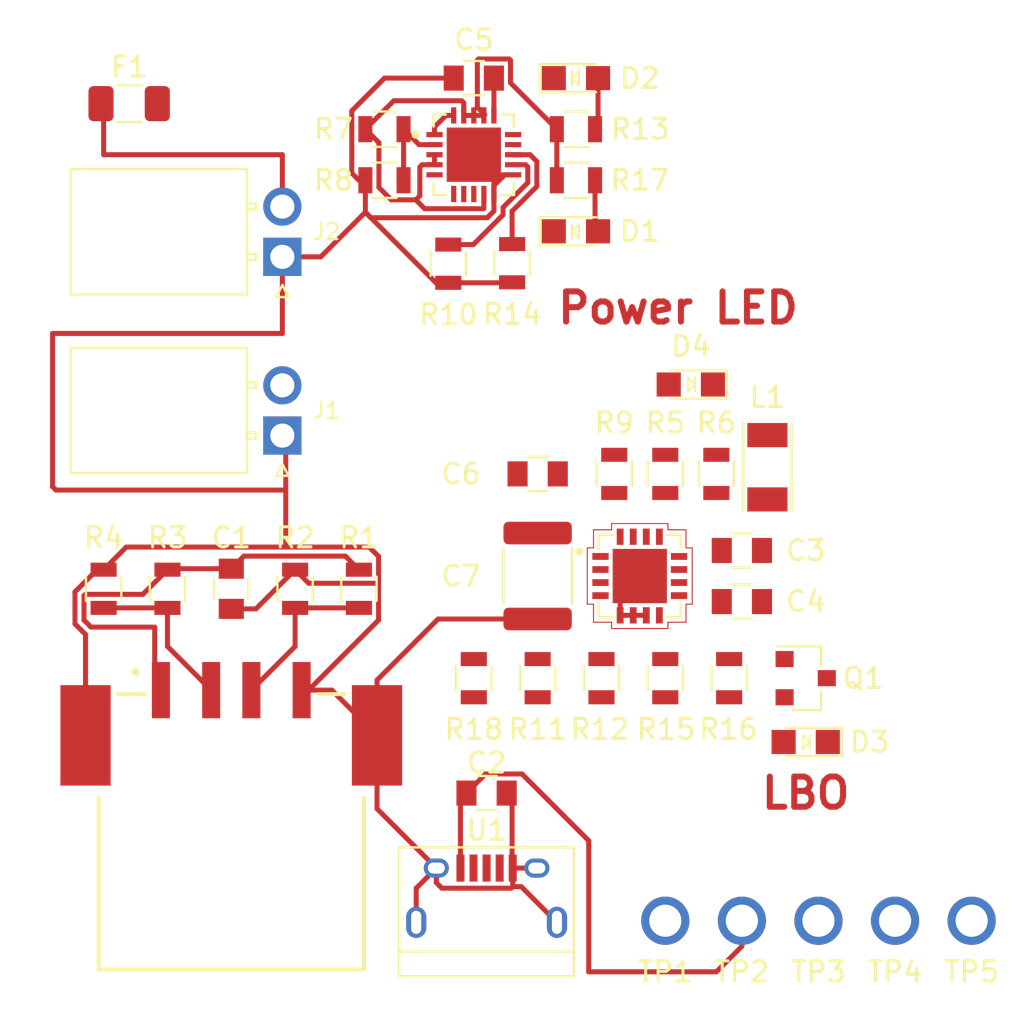
<source format=kicad_pcb>
(kicad_pcb (version 20171130) (host pcbnew 5.1.8-db9833491~87~ubuntu20.04.1)

  (general
    (thickness 1.6)
    (drawings 6)
    (tracks 158)
    (zones 0)
    (modules 43)
    (nets 30)
  )

  (page A4)
  (layers
    (0 F.Cu signal)
    (31 B.Cu signal)
    (32 B.Adhes user)
    (33 F.Adhes user)
    (34 B.Paste user)
    (35 F.Paste user)
    (36 B.SilkS user)
    (37 F.SilkS user)
    (38 B.Mask user)
    (39 F.Mask user)
    (40 Dwgs.User user)
    (41 Cmts.User user)
    (42 Eco1.User user)
    (43 Eco2.User user)
    (44 Edge.Cuts user)
    (45 Margin user)
    (46 B.CrtYd user)
    (47 F.CrtYd user)
    (48 B.Fab user)
    (49 F.Fab user)
  )

  (setup
    (last_trace_width 0.25)
    (trace_clearance 0.2)
    (zone_clearance 0.508)
    (zone_45_only no)
    (trace_min 0.2)
    (via_size 0.8)
    (via_drill 0.4)
    (via_min_size 0.4)
    (via_min_drill 0.3)
    (uvia_size 0.3)
    (uvia_drill 0.1)
    (uvias_allowed no)
    (uvia_min_size 0.2)
    (uvia_min_drill 0.1)
    (edge_width 0.1)
    (segment_width 0.2)
    (pcb_text_width 0.3)
    (pcb_text_size 1.5 1.5)
    (mod_edge_width 0.15)
    (mod_text_size 1 1)
    (mod_text_width 0.15)
    (pad_size 1.524 1.524)
    (pad_drill 0.762)
    (pad_to_mask_clearance 0)
    (aux_axis_origin 0 0)
    (visible_elements FFFFFF7F)
    (pcbplotparams
      (layerselection 0x010fc_ffffffff)
      (usegerberextensions false)
      (usegerberattributes true)
      (usegerberadvancedattributes true)
      (creategerberjobfile true)
      (excludeedgelayer true)
      (linewidth 0.100000)
      (plotframeref false)
      (viasonmask false)
      (mode 1)
      (useauxorigin false)
      (hpglpennumber 1)
      (hpglpenspeed 20)
      (hpglpendiameter 15.000000)
      (psnegative false)
      (psa4output false)
      (plotreference true)
      (plotvalue true)
      (plotinvisibletext false)
      (padsonsilk false)
      (subtractmaskfromsilk false)
      (outputformat 1)
      (mirror false)
      (drillshape 1)
      (scaleselection 1)
      (outputdirectory ""))
  )

  (net 0 "")
  (net 1 GND)
  (net 2 +5V)
  (net 3 VBUS)
  (net 4 +BATT)
  (net 5 "Net-(C5-Pad1)")
  (net 6 "Net-(D1-Pad1)")
  (net 7 "Net-(D1-Pad2)")
  (net 8 "Net-(D2-Pad1)")
  (net 9 "Net-(D2-Pad2)")
  (net 10 "Net-(D3-Pad1)")
  (net 11 "Net-(D3-Pad2)")
  (net 12 "Net-(D4-Pad2)")
  (net 13 /Battery+)
  (net 14 "Net-(F1-Pad1)")
  (net 15 /16K_Thermistor)
  (net 16 "Net-(Q1-Pad1)")
  (net 17 "Net-(R5-Pad2)")
  (net 18 "Net-(R7-Pad2)")
  (net 19 "Net-(R9-Pad1)")
  (net 20 "Net-(R10-Pad1)")
  (net 21 "Net-(R11-Pad2)")
  (net 22 "Net-(R14-Pad1)")
  (net 23 "Net-(U1-Pad4)")
  (net 24 "Net-(U1-Pad3)")
  (net 25 "Net-(U1-Pad2)")
  (net 26 "Net-(U2-Pad6)")
  (net 27 "Net-(L1-Pad2)")
  (net 28 "Net-(J3-Pad02)")
  (net 29 "Net-(J3-Pad03)")

  (net_class Default "This is the default net class."
    (clearance 0.2)
    (trace_width 0.25)
    (via_dia 0.8)
    (via_drill 0.4)
    (uvia_dia 0.3)
    (uvia_drill 0.1)
    (add_net +5V)
    (add_net +BATT)
    (add_net /16K_Thermistor)
    (add_net /Battery+)
    (add_net GND)
    (add_net "Net-(C5-Pad1)")
    (add_net "Net-(D1-Pad1)")
    (add_net "Net-(D1-Pad2)")
    (add_net "Net-(D2-Pad1)")
    (add_net "Net-(D2-Pad2)")
    (add_net "Net-(D3-Pad1)")
    (add_net "Net-(D3-Pad2)")
    (add_net "Net-(D4-Pad2)")
    (add_net "Net-(F1-Pad1)")
    (add_net "Net-(J3-Pad02)")
    (add_net "Net-(J3-Pad03)")
    (add_net "Net-(L1-Pad2)")
    (add_net "Net-(Q1-Pad1)")
    (add_net "Net-(R10-Pad1)")
    (add_net "Net-(R11-Pad2)")
    (add_net "Net-(R14-Pad1)")
    (add_net "Net-(R5-Pad2)")
    (add_net "Net-(R7-Pad2)")
    (add_net "Net-(R9-Pad1)")
    (add_net "Net-(U1-Pad2)")
    (add_net "Net-(U1-Pad3)")
    (add_net "Net-(U1-Pad4)")
    (add_net "Net-(U2-Pad6)")
    (add_net VBUS)
  )

  (module formula:SAMTEC_USB-A-S-X-X-SM2 (layer F.Cu) (tedit 5FA0C3ED) (tstamp 5FB9CDF2)
    (at 184.15 111.76)
    (path /5FB796F4)
    (attr smd)
    (fp_text reference J3 (at -3.325 -8.135) (layer F.SilkS) hide
      (effects (font (size 1 1) (thickness 0.015)))
    )
    (fp_text value USB-A-S-X-X-SM2 (at -1.27 5.715) (layer F.Fab) hide
      (effects (font (size 1 1) (thickness 0.015)))
    )
    (fp_text user PCB~EDGE (at -3.5 9.5) (layer F.Fab) hide
      (effects (font (size 0.8 0.8) (thickness 0.015)))
    )
    (fp_line (start 4.3 -3.65) (end 5.65 -3.65) (layer F.SilkS) (width 0.2))
    (fp_line (start -5.65 -3.65) (end -4.3 -3.65) (layer F.SilkS) (width 0.2))
    (fp_circle (center -4.75 -4.75) (end -4.65 -4.75) (layer F.Fab) (width 0.2))
    (fp_circle (center -4.75 -4.75) (end -4.65 -4.75) (layer F.SilkS) (width 0.2))
    (fp_line (start 6.85 1.15) (end 6.85 10.3) (layer F.CrtYd) (width 0.05))
    (fp_line (start 8.75 1.15) (end 6.85 1.15) (layer F.CrtYd) (width 0.05))
    (fp_line (start 8.75 -5.5) (end 8.75 1.15) (layer F.CrtYd) (width 0.05))
    (fp_line (start -8.75 -5.5) (end 8.75 -5.5) (layer F.CrtYd) (width 0.05))
    (fp_line (start -8.75 1.15) (end -8.75 -5.5) (layer F.CrtYd) (width 0.05))
    (fp_line (start -6.85 1.15) (end -8.75 1.15) (layer F.CrtYd) (width 0.05))
    (fp_line (start -6.85 10.3) (end -6.85 1.15) (layer F.CrtYd) (width 0.05))
    (fp_line (start 6.85 10.3) (end -6.85 10.3) (layer F.CrtYd) (width 0.05))
    (fp_line (start 6.6 10.05) (end -6.6 10.05) (layer F.SilkS) (width 0.2))
    (fp_line (start 6.6 1.5) (end 6.6 10.05) (layer F.SilkS) (width 0.2))
    (fp_line (start -6.6 10.05) (end -6.6 1.5) (layer F.SilkS) (width 0.2))
    (fp_line (start 6.6 -3.65) (end 6.6 10.05) (layer F.Fab) (width 0.1))
    (fp_line (start -6.6 -3.65) (end 6.6 -3.65) (layer F.Fab) (width 0.1))
    (fp_line (start -6.6 10.05) (end -6.6 -3.65) (layer F.Fab) (width 0.1))
    (fp_line (start 6.6 10.05) (end -6.6 10.05) (layer F.Fab) (width 0.1))
    (pad None np_thru_hole circle (at -2.5 0) (size 1.3 1.3) (drill 1.3) (layers *.Cu *.Mask))
    (pad None np_thru_hole circle (at 2.5 0) (size 1.3 1.3) (drill 1.3) (layers *.Cu *.Mask))
    (pad 04 smd rect (at 3.5 -3.85) (size 0.9 2.8) (layers F.Cu F.Paste F.Mask)
      (net 1 GND))
    (pad 02 smd rect (at -1 -3.85) (size 0.9 2.8) (layers F.Cu F.Paste F.Mask)
      (net 28 "Net-(J3-Pad02)"))
    (pad 01 smd rect (at -3.5 -3.85) (size 0.9 2.8) (layers F.Cu F.Paste F.Mask)
      (net 2 +5V))
    (pad 03 smd rect (at 1 -3.85) (size 0.9 2.8) (layers F.Cu F.Paste F.Mask)
      (net 29 "Net-(J3-Pad03)"))
    (pad S1 smd rect (at -7.25 -1.6) (size 2.5 5) (layers F.Cu F.Paste F.Mask)
      (net 1 GND))
    (pad S2 smd rect (at 7.25 -1.6) (size 2.5 5) (layers F.Cu F.Paste F.Mask)
      (net 1 GND))
    (model ${LOCAL_DIR}/OEM_Preferred_Parts/3DModels/USB/SAMTEC-USB-A-S-S-B-SM2.stp
      (offset (xyz 0 -3.2 1.5))
      (scale (xyz 1 1 1))
      (rotate (xyz -90 0 0))
    )
  )

  (module formula:R_0805_OEM (layer F.Cu) (tedit 5C3D844D) (tstamp 5FB9CE68)
    (at 177.8 102.87 90)
    (descr "Resistor SMD 0805, reflow soldering, Vishay (see dcrcw.pdf)")
    (tags "resistor 0805")
    (path /5FBE976C)
    (attr smd)
    (fp_text reference R4 (at 2.54 0 180) (layer F.SilkS)
      (effects (font (size 1 1) (thickness 0.15)))
    )
    (fp_text value R_49.9K (at 0 1.75 90) (layer F.Fab) hide
      (effects (font (size 1 1) (thickness 0.15)))
    )
    (fp_line (start -1 0.62) (end -1 -0.62) (layer F.Fab) (width 0.1))
    (fp_line (start 1 0.62) (end -1 0.62) (layer F.Fab) (width 0.1))
    (fp_line (start 1 -0.62) (end 1 0.62) (layer F.Fab) (width 0.1))
    (fp_line (start -1 -0.62) (end 1 -0.62) (layer F.Fab) (width 0.1))
    (fp_line (start 0.6 0.88) (end -0.6 0.88) (layer F.SilkS) (width 0.12))
    (fp_line (start -0.6 -0.88) (end 0.6 -0.88) (layer F.SilkS) (width 0.12))
    (fp_line (start -1.55 -0.9) (end 1.55 -0.9) (layer F.CrtYd) (width 0.05))
    (fp_line (start -1.55 -0.9) (end -1.55 0.9) (layer F.CrtYd) (width 0.05))
    (fp_line (start 1.55 0.9) (end 1.55 -0.9) (layer F.CrtYd) (width 0.05))
    (fp_line (start 1.55 0.9) (end -1.55 0.9) (layer F.CrtYd) (width 0.05))
    (pad 2 smd rect (at 0.95 0 90) (size 0.7 1.3) (layers F.Cu F.Paste F.Mask)
      (net 1 GND))
    (pad 1 smd rect (at -0.95 0 90) (size 0.7 1.3) (layers F.Cu F.Paste F.Mask)
      (net 28 "Net-(J3-Pad02)"))
    (model ${LOCAL_DIR}/OEM_Preferred_Parts/3DModels/R_0805_OEM/res0805.step
      (at (xyz 0 0 0))
      (scale (xyz 1 1 1))
      (rotate (xyz 0 0 0))
    )
    (model ${LOCAL_DIR}/OEM_Preferred_Parts/3DModels/R_0805_OEM/res0805.step
      (at (xyz 0 0 0))
      (scale (xyz 1 1 1))
      (rotate (xyz 0 0 0))
    )
  )

  (module formula:R_0805_OEM (layer F.Cu) (tedit 5C3D844D) (tstamp 5FB9CE58)
    (at 180.975 102.87 270)
    (descr "Resistor SMD 0805, reflow soldering, Vishay (see dcrcw.pdf)")
    (tags "resistor 0805")
    (path /5FBE9765)
    (attr smd)
    (fp_text reference R3 (at -2.54 0 180) (layer F.SilkS)
      (effects (font (size 1 1) (thickness 0.15)))
    )
    (fp_text value R_43k (at 0 1.75 90) (layer F.Fab) hide
      (effects (font (size 1 1) (thickness 0.15)))
    )
    (fp_line (start -1 0.62) (end -1 -0.62) (layer F.Fab) (width 0.1))
    (fp_line (start 1 0.62) (end -1 0.62) (layer F.Fab) (width 0.1))
    (fp_line (start 1 -0.62) (end 1 0.62) (layer F.Fab) (width 0.1))
    (fp_line (start -1 -0.62) (end 1 -0.62) (layer F.Fab) (width 0.1))
    (fp_line (start 0.6 0.88) (end -0.6 0.88) (layer F.SilkS) (width 0.12))
    (fp_line (start -0.6 -0.88) (end 0.6 -0.88) (layer F.SilkS) (width 0.12))
    (fp_line (start -1.55 -0.9) (end 1.55 -0.9) (layer F.CrtYd) (width 0.05))
    (fp_line (start -1.55 -0.9) (end -1.55 0.9) (layer F.CrtYd) (width 0.05))
    (fp_line (start 1.55 0.9) (end 1.55 -0.9) (layer F.CrtYd) (width 0.05))
    (fp_line (start 1.55 0.9) (end -1.55 0.9) (layer F.CrtYd) (width 0.05))
    (pad 2 smd rect (at 0.95 0 270) (size 0.7 1.3) (layers F.Cu F.Paste F.Mask)
      (net 28 "Net-(J3-Pad02)"))
    (pad 1 smd rect (at -0.95 0 270) (size 0.7 1.3) (layers F.Cu F.Paste F.Mask)
      (net 2 +5V))
    (model ${LOCAL_DIR}/OEM_Preferred_Parts/3DModels/R_0805_OEM/res0805.step
      (at (xyz 0 0 0))
      (scale (xyz 1 1 1))
      (rotate (xyz 0 0 0))
    )
    (model ${LOCAL_DIR}/OEM_Preferred_Parts/3DModels/R_0805_OEM/res0805.step
      (at (xyz 0 0 0))
      (scale (xyz 1 1 1))
      (rotate (xyz 0 0 0))
    )
  )

  (module formula:R_0805_OEM (layer F.Cu) (tedit 5C3D844D) (tstamp 5FB9CE48)
    (at 187.325 102.87 90)
    (descr "Resistor SMD 0805, reflow soldering, Vishay (see dcrcw.pdf)")
    (tags "resistor 0805")
    (path /5FBCB3EB)
    (attr smd)
    (fp_text reference R2 (at 2.54 0 180) (layer F.SilkS)
      (effects (font (size 1 1) (thickness 0.15)))
    )
    (fp_text value R_49.9K (at 0 1.75 90) (layer F.Fab) hide
      (effects (font (size 1 1) (thickness 0.15)))
    )
    (fp_line (start -1 0.62) (end -1 -0.62) (layer F.Fab) (width 0.1))
    (fp_line (start 1 0.62) (end -1 0.62) (layer F.Fab) (width 0.1))
    (fp_line (start 1 -0.62) (end 1 0.62) (layer F.Fab) (width 0.1))
    (fp_line (start -1 -0.62) (end 1 -0.62) (layer F.Fab) (width 0.1))
    (fp_line (start 0.6 0.88) (end -0.6 0.88) (layer F.SilkS) (width 0.12))
    (fp_line (start -0.6 -0.88) (end 0.6 -0.88) (layer F.SilkS) (width 0.12))
    (fp_line (start -1.55 -0.9) (end 1.55 -0.9) (layer F.CrtYd) (width 0.05))
    (fp_line (start -1.55 -0.9) (end -1.55 0.9) (layer F.CrtYd) (width 0.05))
    (fp_line (start 1.55 0.9) (end 1.55 -0.9) (layer F.CrtYd) (width 0.05))
    (fp_line (start 1.55 0.9) (end -1.55 0.9) (layer F.CrtYd) (width 0.05))
    (pad 2 smd rect (at 0.95 0 90) (size 0.7 1.3) (layers F.Cu F.Paste F.Mask)
      (net 1 GND))
    (pad 1 smd rect (at -0.95 0 90) (size 0.7 1.3) (layers F.Cu F.Paste F.Mask)
      (net 29 "Net-(J3-Pad03)"))
    (model ${LOCAL_DIR}/OEM_Preferred_Parts/3DModels/R_0805_OEM/res0805.step
      (at (xyz 0 0 0))
      (scale (xyz 1 1 1))
      (rotate (xyz 0 0 0))
    )
    (model ${LOCAL_DIR}/OEM_Preferred_Parts/3DModels/R_0805_OEM/res0805.step
      (at (xyz 0 0 0))
      (scale (xyz 1 1 1))
      (rotate (xyz 0 0 0))
    )
  )

  (module formula:R_0805_OEM (layer F.Cu) (tedit 5C3D844D) (tstamp 5FB9E365)
    (at 190.5 102.87 270)
    (descr "Resistor SMD 0805, reflow soldering, Vishay (see dcrcw.pdf)")
    (tags "resistor 0805")
    (path /5FBCB3F1)
    (attr smd)
    (fp_text reference R1 (at -2.54 0 180) (layer F.SilkS)
      (effects (font (size 1 1) (thickness 0.15)))
    )
    (fp_text value R_75k (at 0 1.75 90) (layer F.Fab) hide
      (effects (font (size 1 1) (thickness 0.15)))
    )
    (fp_line (start -1 0.62) (end -1 -0.62) (layer F.Fab) (width 0.1))
    (fp_line (start 1 0.62) (end -1 0.62) (layer F.Fab) (width 0.1))
    (fp_line (start 1 -0.62) (end 1 0.62) (layer F.Fab) (width 0.1))
    (fp_line (start -1 -0.62) (end 1 -0.62) (layer F.Fab) (width 0.1))
    (fp_line (start 0.6 0.88) (end -0.6 0.88) (layer F.SilkS) (width 0.12))
    (fp_line (start -0.6 -0.88) (end 0.6 -0.88) (layer F.SilkS) (width 0.12))
    (fp_line (start -1.55 -0.9) (end 1.55 -0.9) (layer F.CrtYd) (width 0.05))
    (fp_line (start -1.55 -0.9) (end -1.55 0.9) (layer F.CrtYd) (width 0.05))
    (fp_line (start 1.55 0.9) (end 1.55 -0.9) (layer F.CrtYd) (width 0.05))
    (fp_line (start 1.55 0.9) (end -1.55 0.9) (layer F.CrtYd) (width 0.05))
    (pad 2 smd rect (at 0.95 0 270) (size 0.7 1.3) (layers F.Cu F.Paste F.Mask)
      (net 29 "Net-(J3-Pad03)"))
    (pad 1 smd rect (at -0.95 0 270) (size 0.7 1.3) (layers F.Cu F.Paste F.Mask)
      (net 2 +5V))
    (model ${LOCAL_DIR}/OEM_Preferred_Parts/3DModels/R_0805_OEM/res0805.step
      (at (xyz 0 0 0))
      (scale (xyz 1 1 1))
      (rotate (xyz 0 0 0))
    )
    (model ${LOCAL_DIR}/OEM_Preferred_Parts/3DModels/R_0805_OEM/res0805.step
      (at (xyz 0 0 0))
      (scale (xyz 1 1 1))
      (rotate (xyz 0 0 0))
    )
  )

  (module formula:L_100uH_OEM (layer F.Cu) (tedit 5DD6FFE6) (tstamp 5FB9CE02)
    (at 210.82 96.825 270)
    (descr "Resistor SMD 2512, reflow soldering, Vishay (see dcrcw.pdf)")
    (tags "resistor 2512")
    (path /5FB87A22)
    (attr smd)
    (fp_text reference L1 (at -3.48 0 180) (layer F.SilkS)
      (effects (font (size 1 1) (thickness 0.15)))
    )
    (fp_text value L_6.8uH (at 0 2.286 90) (layer F.Fab) hide
      (effects (font (size 1 1) (thickness 0.15)))
    )
    (fp_line (start -2.2 1) (end -2.2 -1) (layer F.Fab) (width 0.1))
    (fp_line (start 2.2 1) (end -2.2 1) (layer F.Fab) (width 0.1))
    (fp_line (start 2.2 -1) (end 2.2 1) (layer F.Fab) (width 0.1))
    (fp_line (start -2.2 -1) (end 2.2 -1) (layer F.Fab) (width 0.1))
    (fp_line (start 2.2 1.2) (end -2.2 1.2) (layer F.SilkS) (width 0.12))
    (fp_line (start -2.2 -1.2) (end 2.2 -1.2) (layer F.SilkS) (width 0.12))
    (fp_line (start -2.4 -1.2) (end 2.4 -1.2) (layer F.CrtYd) (width 0.05))
    (fp_line (start -2.4 1.2) (end -2.4 -1.2) (layer F.CrtYd) (width 0.05))
    (fp_line (start 2.4 1.2) (end 2.4 -1.2) (layer F.CrtYd) (width 0.05))
    (fp_line (start 2.4 1.2) (end -2.4 1.2) (layer F.CrtYd) (width 0.05))
    (pad 2 smd rect (at 1.6 0 270) (size 1.2 2) (layers F.Cu F.Paste F.Mask)
      (net 27 "Net-(L1-Pad2)"))
    (pad 1 smd rect (at -1.6 0 270) (size 1.2 2) (layers F.Cu F.Paste F.Mask)
      (net 4 +BATT))
  )

  (module formula:C_0805_OEM (layer F.Cu) (tedit 5C3D8347) (tstamp 5FB9CBB4)
    (at 184.15 102.87 270)
    (descr "Capacitor SMD 0805, reflow soldering, AVX (see smccp.pdf)")
    (tags "capacitor 0805")
    (path /5FD169D3)
    (attr smd)
    (fp_text reference C1 (at -2.54 0 180) (layer F.SilkS)
      (effects (font (size 1 1) (thickness 0.15)))
    )
    (fp_text value C_10uF (at 0 1.75 90) (layer F.Fab) hide
      (effects (font (size 1 1) (thickness 0.15)))
    )
    (fp_line (start -1 0.62) (end -1 -0.62) (layer F.Fab) (width 0.1))
    (fp_line (start 1 0.62) (end -1 0.62) (layer F.Fab) (width 0.1))
    (fp_line (start 1 -0.62) (end 1 0.62) (layer F.Fab) (width 0.1))
    (fp_line (start -1 -0.62) (end 1 -0.62) (layer F.Fab) (width 0.1))
    (fp_line (start 0.5 -0.85) (end -0.5 -0.85) (layer F.SilkS) (width 0.12))
    (fp_line (start -0.5 0.85) (end 0.5 0.85) (layer F.SilkS) (width 0.12))
    (fp_line (start -1.75 -0.88) (end 1.75 -0.88) (layer F.CrtYd) (width 0.05))
    (fp_line (start -1.75 -0.88) (end -1.75 0.87) (layer F.CrtYd) (width 0.05))
    (fp_line (start 1.75 0.87) (end 1.75 -0.88) (layer F.CrtYd) (width 0.05))
    (fp_line (start 1.75 0.87) (end -1.75 0.87) (layer F.CrtYd) (width 0.05))
    (pad 2 smd rect (at 1 0 270) (size 1 1.25) (layers F.Cu F.Paste F.Mask)
      (net 1 GND))
    (pad 1 smd rect (at -1 0 270) (size 1 1.25) (layers F.Cu F.Paste F.Mask)
      (net 2 +5V))
    (model ${LOCAL_DIR}/OEM_Preferred_Parts/3DModels/C_0805_OEM/C_0805.step
      (at (xyz 0 0 0))
      (scale (xyz 1 1 1))
      (rotate (xyz 0 0 0))
    )
    (model ${LOCAL_DIR}/OEM_Preferred_Parts/3DModels/C_0805_OEM/C_0805.step
      (at (xyz 0 0 0))
      (scale (xyz 1 1 1))
      (rotate (xyz 0 0 0))
    )
  )

  (module formula:TPS61090RSAR (layer F.Cu) (tedit 5F72833D) (tstamp 5FB64E01)
    (at 204.47 102.235)
    (path /5FB842FE)
    (fp_text reference "U3 - Boost Converter" (at -4.445 -7.62) (layer F.SilkS) hide
      (effects (font (size 1.00111 1.00111) (thickness 0.015)))
    )
    (fp_text value TPS61090RSAR (at 10.260205 3.455615) (layer F.Fab) hide
      (effects (font (size 1.00111 1.00111) (thickness 0.015)))
    )
    (fp_line (start 2.05 -1.33) (end 2.05 -2.05) (layer F.SilkS) (width 0.127))
    (fp_line (start 1.33 2.05) (end 2.05 2.05) (layer F.SilkS) (width 0.127))
    (fp_line (start -1.33 -2.05) (end -2.05 -2.05) (layer F.SilkS) (width 0.127))
    (fp_line (start -2.05 2.05) (end -1.33 2.05) (layer F.SilkS) (width 0.127))
    (fp_line (start 2.05 2.05) (end 2.05 1.33) (layer F.SilkS) (width 0.127))
    (fp_line (start 2.05 -2.05) (end 1.33 -2.05) (layer F.SilkS) (width 0.127))
    (fp_line (start -2.05 -2.05) (end -2.05 -1.33) (layer F.SilkS) (width 0.127))
    (fp_line (start -2.05 1.33) (end -2.05 2.05) (layer F.SilkS) (width 0.127))
    (fp_line (start -2.05 2.05) (end 2.05 2.05) (layer F.Fab) (width 0.127))
    (fp_line (start 2.05 2.05) (end 2.05 -2.05) (layer F.Fab) (width 0.127))
    (fp_line (start 2.05 -2.05) (end -2.05 -2.05) (layer F.Fab) (width 0.127))
    (fp_line (start -2.05 -2.05) (end -2.05 2.05) (layer F.Fab) (width 0.127))
    (fp_poly (pts (xy -0.853372 -0.853) (xy 0.853 -0.853) (xy 0.853 0.853372) (xy -0.853372 0.853372)) (layer F.Paste) (width 0.01))
    (fp_line (start -1.4 -2.61) (end 1.4 -2.61) (layer F.Cu) (width 0.05))
    (fp_line (start 1.4 -2.61) (end 1.4 -2.3) (layer F.Cu) (width 0.05))
    (fp_line (start 1.4 -2.3) (end 2.3 -2.3) (layer F.Cu) (width 0.05))
    (fp_line (start 2.3 -2.3) (end 2.3 -1.4) (layer F.Cu) (width 0.05))
    (fp_line (start 2.3 -1.4) (end 2.61 -1.4) (layer F.Cu) (width 0.05))
    (fp_line (start 2.61 -1.4) (end 2.61 1.4) (layer F.Cu) (width 0.05))
    (fp_line (start 2.61 1.4) (end 2.3 1.4) (layer F.Cu) (width 0.05))
    (fp_line (start 2.3 1.4) (end 2.3 2.3) (layer F.Cu) (width 0.05))
    (fp_line (start 2.3 2.3) (end 1.4 2.3) (layer F.Cu) (width 0.05))
    (fp_line (start 1.4 2.3) (end 1.4 2.61) (layer F.Cu) (width 0.05))
    (fp_line (start 1.4 2.61) (end -1.4 2.61) (layer F.Cu) (width 0.05))
    (fp_line (start -1.4 2.61) (end -1.4 2.3) (layer F.Cu) (width 0.05))
    (fp_line (start -1.4 2.3) (end -2.3 2.3) (layer F.Cu) (width 0.05))
    (fp_line (start -2.3 2.3) (end -2.3 1.4) (layer F.Cu) (width 0.05))
    (fp_line (start -2.3 1.4) (end -2.61 1.4) (layer F.Cu) (width 0.05))
    (fp_line (start -2.61 1.4) (end -2.61 -1.4) (layer F.Cu) (width 0.05))
    (fp_line (start -2.61 -1.4) (end -2.3 -1.4) (layer F.Cu) (width 0.05))
    (fp_line (start -2.3 -1.4) (end -2.3 -2.3) (layer F.Cu) (width 0.05))
    (fp_line (start -2.3 -2.3) (end -1.4 -2.3) (layer F.Cu) (width 0.05))
    (fp_line (start -1.4 -2.3) (end -1.4 -2.61) (layer F.Cu) (width 0.05))
    (fp_circle (center -3 -1.2) (end -2.9 -1.2) (layer F.SilkS) (width 0.2))
    (fp_circle (center -3 -1.2) (end -2.9 -1.2) (layer F.Fab) (width 0.2))
    (pad 1 smd rect (at -1.955 -0.975) (size 0.81 0.34) (layers F.Cu F.Paste F.Mask)
      (net 2 +5V))
    (pad 2 smd rect (at -1.955 -0.325) (size 0.81 0.34) (layers F.Cu F.Paste F.Mask))
    (pad 3 smd rect (at -1.955 0.325) (size 0.81 0.34) (layers F.Cu F.Paste F.Mask)
      (net 27 "Net-(L1-Pad2)"))
    (pad 4 smd rect (at -1.955 0.975) (size 0.81 0.34) (layers F.Cu F.Paste F.Mask)
      (net 27 "Net-(L1-Pad2)"))
    (pad 5 smd rect (at -0.975 1.955) (size 0.34 0.81) (layers F.Cu F.Paste F.Mask)
      (net 1 GND))
    (pad 6 smd rect (at -0.325 1.955) (size 0.34 0.81) (layers F.Cu F.Paste F.Mask)
      (net 1 GND))
    (pad 7 smd rect (at 0.325 1.955) (size 0.34 0.81) (layers F.Cu F.Paste F.Mask)
      (net 1 GND))
    (pad 8 smd rect (at 0.975 1.955) (size 0.34 0.81) (layers F.Cu F.Paste F.Mask)
      (net 4 +BATT))
    (pad 9 smd rect (at 1.955 0.975) (size 0.81 0.34) (layers F.Cu F.Paste F.Mask)
      (net 17 "Net-(R5-Pad2)"))
    (pad 10 smd rect (at 1.955 0.325) (size 0.81 0.34) (layers F.Cu F.Paste F.Mask)
      (net 1 GND))
    (pad 11 smd rect (at 1.955 -0.325) (size 0.81 0.34) (layers F.Cu F.Paste F.Mask)
      (net 19 "Net-(R9-Pad1)"))
    (pad 12 smd rect (at 1.955 -0.975) (size 0.81 0.34) (layers F.Cu F.Paste F.Mask)
      (net 16 "Net-(Q1-Pad1)"))
    (pad 13 smd rect (at 0.975 -1.955) (size 0.34 0.81) (layers F.Cu F.Paste F.Mask)
      (net 1 GND))
    (pad 14 smd rect (at 0.325 -1.955) (size 0.34 0.81) (layers F.Cu F.Paste F.Mask)
      (net 21 "Net-(R11-Pad2)"))
    (pad 15 smd rect (at -0.325 -1.955) (size 0.34 0.81) (layers F.Cu F.Paste F.Mask)
      (net 2 +5V))
    (pad 16 smd rect (at -0.975 -1.955) (size 0.34 0.81) (layers F.Cu F.Paste F.Mask)
      (net 2 +5V))
    (pad 17 smd rect (at 0 0) (size 2.7 2.7) (layers F.Cu F.Mask)
      (net 1 GND))
  )

  (module formula:MCP73871T (layer F.Cu) (tedit 5F727E3E) (tstamp 5FB64DC9)
    (at 196.215 81.28)
    (path /5FAEA661)
    (fp_text reference U2 (at -0.30085 -3.08822) (layer F.SilkS) hide
      (effects (font (size 0.48 0.48) (thickness 0.015)))
    )
    (fp_text value MCP73871T-2CCI_ML (at 4.27458 3.04374) (layer F.Fab) hide
      (effects (font (size 0.48 0.48) (thickness 0.015)))
    )
    (fp_line (start -2 2) (end -2 -2) (layer F.Fab) (width 0.127))
    (fp_line (start -2 -2) (end 2 -2) (layer F.Fab) (width 0.127))
    (fp_line (start 2 -2) (end 2 2) (layer F.Fab) (width 0.127))
    (fp_line (start 2 2) (end -2 2) (layer F.Fab) (width 0.127))
    (fp_line (start -1.4 -2) (end -2 -2) (layer F.SilkS) (width 0.127))
    (fp_line (start -2 -2) (end -2 -1.4) (layer F.SilkS) (width 0.127))
    (fp_line (start 1.4 -2) (end 2 -2) (layer F.SilkS) (width 0.127))
    (fp_line (start 2 -2) (end 2 -1.4) (layer F.SilkS) (width 0.127))
    (fp_line (start -2 1.4) (end -2 2) (layer F.SilkS) (width 0.127))
    (fp_line (start -2 2) (end -1.4 2) (layer F.SilkS) (width 0.127))
    (fp_line (start 1.4 2) (end 2 2) (layer F.SilkS) (width 0.127))
    (fp_line (start 2 2) (end 2 1.4) (layer F.SilkS) (width 0.127))
    (fp_line (start -2.25 -2.25) (end -1.38 -2.25) (layer F.CrtYd) (width 0.05))
    (fp_line (start -1.38 -2.25) (end -1.38 -2.61) (layer F.CrtYd) (width 0.05))
    (fp_line (start -1.38 -2.61) (end 1.38 -2.61) (layer F.CrtYd) (width 0.05))
    (fp_line (start 1.38 -2.61) (end 1.38 -2.25) (layer F.CrtYd) (width 0.05))
    (fp_line (start 1.38 -2.25) (end 2.25 -2.25) (layer F.CrtYd) (width 0.05))
    (fp_line (start -2.25 2.25) (end -2.25 1.38) (layer F.CrtYd) (width 0.05))
    (fp_line (start -2.25 1.38) (end -2.61 1.38) (layer F.CrtYd) (width 0.05))
    (fp_line (start -2.61 1.38) (end -2.61 -1.38) (layer F.CrtYd) (width 0.05))
    (fp_line (start -2.61 -1.38) (end -2.25 -1.38) (layer F.CrtYd) (width 0.05))
    (fp_line (start -2.25 -1.38) (end -2.25 -2.25) (layer F.CrtYd) (width 0.05))
    (fp_line (start 2.25 2.25) (end 1.38 2.25) (layer F.CrtYd) (width 0.05))
    (fp_line (start 1.38 2.25) (end 1.38 2.61) (layer F.CrtYd) (width 0.05))
    (fp_line (start 1.38 2.61) (end -1.38 2.61) (layer F.CrtYd) (width 0.05))
    (fp_line (start -1.38 2.61) (end -1.38 2.25) (layer F.CrtYd) (width 0.05))
    (fp_line (start -1.38 2.25) (end -2.25 2.25) (layer F.CrtYd) (width 0.05))
    (fp_line (start 2.25 -2.25) (end 2.25 -1.38) (layer F.CrtYd) (width 0.05))
    (fp_line (start 2.25 -1.38) (end 2.61 -1.38) (layer F.CrtYd) (width 0.05))
    (fp_line (start 2.61 -1.38) (end 2.61 1.38) (layer F.CrtYd) (width 0.05))
    (fp_line (start 2.61 1.38) (end 2.25 1.38) (layer F.CrtYd) (width 0.05))
    (fp_line (start 2.25 1.38) (end 2.25 2.25) (layer F.CrtYd) (width 0.05))
    (fp_circle (center -2.9 -1) (end -2.8 -1) (layer F.Fab) (width 0.2))
    (fp_circle (center -2.9 -1) (end -2.8 -1) (layer F.SilkS) (width 0.2))
    (fp_poly (pts (xy -1.09 -1.09) (xy -0.13 -1.09) (xy -0.13 -0.13) (xy -1.09 -0.13)) (layer F.Paste) (width 0.01))
    (fp_poly (pts (xy 0.13 -1.09) (xy 1.09 -1.09) (xy 1.09 -0.13) (xy 0.13 -0.13)) (layer F.Paste) (width 0.01))
    (fp_poly (pts (xy 0.13 0.13) (xy 1.09 0.13) (xy 1.09 1.09) (xy 0.13 1.09)) (layer F.Paste) (width 0.01))
    (fp_poly (pts (xy -1.09 0.13) (xy -0.13 0.13) (xy -0.13 1.09) (xy -1.09 1.09)) (layer F.Paste) (width 0.01))
    (pad 1 smd rect (at -1.955 -1) (size 0.81 0.26) (layers F.Cu F.Paste F.Mask)
      (net 4 +BATT))
    (pad 2 smd rect (at -1.955 -0.5) (size 0.81 0.26) (layers F.Cu F.Paste F.Mask)
      (net 18 "Net-(R7-Pad2)"))
    (pad 3 smd rect (at -1.955 0) (size 0.81 0.26) (layers F.Cu F.Paste F.Mask)
      (net 3 VBUS))
    (pad 4 smd rect (at -1.955 0.5) (size 0.81 0.26) (layers F.Cu F.Paste F.Mask)
      (net 3 VBUS))
    (pad 5 smd rect (at -1.955 1) (size 0.81 0.26) (layers F.Cu F.Paste F.Mask)
      (net 15 /16K_Thermistor))
    (pad 6 smd rect (at -1 1.955) (size 0.26 0.81) (layers F.Cu F.Paste F.Mask)
      (net 26 "Net-(U2-Pad6)"))
    (pad 7 smd rect (at -0.5 1.955) (size 0.26 0.81) (layers F.Cu F.Paste F.Mask)
      (net 6 "Net-(D1-Pad1)"))
    (pad 8 smd rect (at 0 1.955) (size 0.26 0.81) (layers F.Cu F.Paste F.Mask)
      (net 8 "Net-(D2-Pad1)"))
    (pad 9 smd rect (at 0.5 1.955) (size 0.26 0.81) (layers F.Cu F.Paste F.Mask)
      (net 3 VBUS))
    (pad 10 smd rect (at 1 1.955) (size 0.26 0.81) (layers F.Cu F.Paste F.Mask)
      (net 1 GND))
    (pad 11 smd rect (at 1.955 1) (size 0.81 0.26) (layers F.Cu F.Paste F.Mask)
      (net 1 GND))
    (pad 12 smd rect (at 1.955 0.5) (size 0.81 0.26) (layers F.Cu F.Paste F.Mask)
      (net 20 "Net-(R10-Pad1)"))
    (pad 13 smd rect (at 1.955 0) (size 0.81 0.26) (layers F.Cu F.Paste F.Mask)
      (net 22 "Net-(R14-Pad1)"))
    (pad 14 smd rect (at 1.955 -0.5) (size 0.81 0.26) (layers F.Cu F.Paste F.Mask)
      (net 13 /Battery+))
    (pad 15 smd rect (at 1.955 -1) (size 0.81 0.26) (layers F.Cu F.Paste F.Mask)
      (net 13 /Battery+))
    (pad 16 smd rect (at 1 -1.955) (size 0.26 0.81) (layers F.Cu F.Paste F.Mask)
      (net 5 "Net-(C5-Pad1)"))
    (pad 17 smd rect (at 0.5 -1.955) (size 0.26 0.81) (layers F.Cu F.Paste F.Mask)
      (net 3 VBUS))
    (pad 18 smd rect (at 0 -1.955) (size 0.26 0.81) (layers F.Cu F.Paste F.Mask)
      (net 3 VBUS))
    (pad 19 smd rect (at -0.5 -1.955) (size 0.26 0.81) (layers F.Cu F.Paste F.Mask)
      (net 3 VBUS))
    (pad 20 smd rect (at -1 -1.955) (size 0.26 0.81) (layers F.Cu F.Paste F.Mask)
      (net 4 +BATT))
    (pad 21 smd rect (at 0 0) (size 2.7 2.7) (layers F.Cu F.Mask)
      (net 1 GND))
  )

  (module formula:USB_Micro-B (layer F.Cu) (tedit 59F24C49) (tstamp 5FB64D8A)
    (at 196.85 118.11)
    (descr "Micro USB Type B Receptacle")
    (tags "USB USB_B USB_micro USB_OTG")
    (path /5FA5499B)
    (attr smd)
    (fp_text reference U1 (at 0 -3.24) (layer F.SilkS)
      (effects (font (size 1 1) (thickness 0.15)))
    )
    (fp_text value USB_MicroB (at 0 5.01) (layer F.Fab) hide
      (effects (font (size 1 1) (thickness 0.15)))
    )
    (fp_line (start -4.35 4.03) (end -4.35 -2.38) (layer F.SilkS) (width 0.12))
    (fp_line (start 4.35 2.8) (end -4.35 2.8) (layer F.SilkS) (width 0.12))
    (fp_line (start 4.35 -2.38) (end 4.35 4.03) (layer F.SilkS) (width 0.12))
    (fp_line (start -4.35 -2.38) (end 4.35 -2.38) (layer F.SilkS) (width 0.12))
    (fp_line (start -4.35 4.03) (end 4.35 4.03) (layer F.SilkS) (width 0.12))
    (fp_line (start -4.6 4.26) (end -4.6 -2.59) (layer F.CrtYd) (width 0.05))
    (fp_line (start 4.6 4.26) (end -4.6 4.26) (layer F.CrtYd) (width 0.05))
    (fp_line (start 4.6 -2.59) (end 4.6 4.26) (layer F.CrtYd) (width 0.05))
    (fp_line (start -4.6 -2.59) (end 4.6 -2.59) (layer F.CrtYd) (width 0.05))
    (pad 6 thru_hole oval (at 3.5 1.35 90) (size 1.55 1) (drill oval 1.15 0.5) (layers *.Cu *.Mask)
      (net 1 GND))
    (pad 6 thru_hole oval (at -3.5 1.35 90) (size 1.55 1) (drill oval 1.15 0.5) (layers *.Cu *.Mask)
      (net 1 GND))
    (pad 6 thru_hole oval (at 2.5 -1.35 90) (size 0.95 1.25) (drill oval 0.55 0.85) (layers *.Cu *.Mask)
      (net 1 GND))
    (pad 6 thru_hole oval (at -2.5 -1.35 90) (size 0.95 1.25) (drill oval 0.55 0.85) (layers *.Cu *.Mask)
      (net 1 GND))
    (pad 5 smd rect (at 1.3 -1.35 90) (size 1.35 0.4) (layers F.Cu F.Paste F.Mask)
      (net 1 GND))
    (pad 4 smd rect (at 0.65 -1.35 90) (size 1.35 0.4) (layers F.Cu F.Paste F.Mask)
      (net 23 "Net-(U1-Pad4)"))
    (pad 3 smd rect (at 0 -1.35 90) (size 1.35 0.4) (layers F.Cu F.Paste F.Mask)
      (net 24 "Net-(U1-Pad3)"))
    (pad 2 smd rect (at -0.65 -1.35 90) (size 1.35 0.4) (layers F.Cu F.Paste F.Mask)
      (net 25 "Net-(U1-Pad2)"))
    (pad 1 smd rect (at -1.3 -1.35 90) (size 1.35 0.4) (layers F.Cu F.Paste F.Mask)
      (net 3 VBUS))
    (model ../../../../../home/byron/Documents/Formula/kiCadPCBS/library/3DModels/10118192_Center.wrl
      (offset (xyz -0.1269999980926514 -1.269999980926514 1.269999980926514))
      (scale (xyz 0.4 0.4 0.4))
      (rotate (xyz 90 180 0))
    )
  )

  (module formula:tp_1.6mm (layer F.Cu) (tedit 5BB571C0) (tstamp 5FB64D74)
    (at 220.98 119.38)
    (path /5FB09DFC)
    (fp_text reference TP5 (at 0 2.54) (layer F.SilkS)
      (effects (font (size 1 1) (thickness 0.15)))
    )
    (fp_text value TP (at 0 -0.5) (layer F.Fab)
      (effects (font (size 1 1) (thickness 0.15)))
    )
    (pad 1 thru_hole circle (at 0 0) (size 2.4 2.4) (drill 1.6) (layers *.Cu *.Mask)
      (net 13 /Battery+))
  )

  (module formula:tp_1.6mm (layer F.Cu) (tedit 5BB571C0) (tstamp 5FB64D6F)
    (at 217.17 119.38)
    (path /5FC12919)
    (fp_text reference TP4 (at 0 2.54) (layer F.SilkS)
      (effects (font (size 1 1) (thickness 0.15)))
    )
    (fp_text value TP (at 0 -0.5) (layer F.Fab)
      (effects (font (size 1 1) (thickness 0.15)))
    )
    (pad 1 thru_hole circle (at 0 0) (size 2.4 2.4) (drill 1.6) (layers *.Cu *.Mask)
      (net 19 "Net-(R9-Pad1)"))
  )

  (module formula:tp_1.6mm (layer F.Cu) (tedit 5BB571C0) (tstamp 5FB64D6A)
    (at 213.36 119.38)
    (path /5FBEFA77)
    (fp_text reference TP3 (at 0 2.54) (layer F.SilkS)
      (effects (font (size 1 1) (thickness 0.15)))
    )
    (fp_text value TP (at 0 -0.5) (layer F.Fab)
      (effects (font (size 1 1) (thickness 0.15)))
    )
    (pad 1 thru_hole circle (at 0 0) (size 2.4 2.4) (drill 1.6) (layers *.Cu *.Mask)
      (net 4 +BATT))
  )

  (module formula:tp_1.6mm (layer F.Cu) (tedit 5BB571C0) (tstamp 5FB64D65)
    (at 209.55 119.38)
    (path /5FA633AD)
    (fp_text reference TP2 (at 0 2.54) (layer F.SilkS)
      (effects (font (size 1 1) (thickness 0.15)))
    )
    (fp_text value TP (at 0 -0.5) (layer F.Fab)
      (effects (font (size 1 1) (thickness 0.15)))
    )
    (pad 1 thru_hole circle (at 0 0) (size 2.4 2.4) (drill 1.6) (layers *.Cu *.Mask)
      (net 3 VBUS))
  )

  (module formula:tp_1.6mm (layer F.Cu) (tedit 5BB571C0) (tstamp 5FB64D60)
    (at 205.74 119.38)
    (path /5FB63F08)
    (fp_text reference TP1 (at 0 2.54) (layer F.SilkS)
      (effects (font (size 1 1) (thickness 0.15)))
    )
    (fp_text value TP (at 0 -0.5) (layer F.Fab)
      (effects (font (size 1 1) (thickness 0.15)))
    )
    (pad 1 thru_hole circle (at 0 0) (size 2.4 2.4) (drill 1.6) (layers *.Cu *.Mask)
      (net 16 "Net-(Q1-Pad1)"))
  )

  (module formula:R_0805_OEM (layer F.Cu) (tedit 5C3D844D) (tstamp 5FB64D5B)
    (at 196.215 107.315 90)
    (descr "Resistor SMD 0805, reflow soldering, Vishay (see dcrcw.pdf)")
    (tags "resistor 0805")
    (path /5FBB7E19)
    (attr smd)
    (fp_text reference R18 (at -2.54 0 180) (layer F.SilkS)
      (effects (font (size 1 1) (thickness 0.15)))
    )
    (fp_text value R_1K (at 0 1.75 90) (layer F.Fab) hide
      (effects (font (size 1 1) (thickness 0.15)))
    )
    (fp_line (start 1.55 0.9) (end -1.55 0.9) (layer F.CrtYd) (width 0.05))
    (fp_line (start 1.55 0.9) (end 1.55 -0.9) (layer F.CrtYd) (width 0.05))
    (fp_line (start -1.55 -0.9) (end -1.55 0.9) (layer F.CrtYd) (width 0.05))
    (fp_line (start -1.55 -0.9) (end 1.55 -0.9) (layer F.CrtYd) (width 0.05))
    (fp_line (start -0.6 -0.88) (end 0.6 -0.88) (layer F.SilkS) (width 0.12))
    (fp_line (start 0.6 0.88) (end -0.6 0.88) (layer F.SilkS) (width 0.12))
    (fp_line (start -1 -0.62) (end 1 -0.62) (layer F.Fab) (width 0.1))
    (fp_line (start 1 -0.62) (end 1 0.62) (layer F.Fab) (width 0.1))
    (fp_line (start 1 0.62) (end -1 0.62) (layer F.Fab) (width 0.1))
    (fp_line (start -1 0.62) (end -1 -0.62) (layer F.Fab) (width 0.1))
    (pad 2 smd rect (at 0.95 0 90) (size 0.7 1.3) (layers F.Cu F.Paste F.Mask)
      (net 12 "Net-(D4-Pad2)"))
    (pad 1 smd rect (at -0.95 0 90) (size 0.7 1.3) (layers F.Cu F.Paste F.Mask)
      (net 2 +5V))
    (model ${LOCAL_DIR}/OEM_Preferred_Parts/3DModels/R_0805_OEM/res0805.step
      (at (xyz 0 0 0))
      (scale (xyz 1 1 1))
      (rotate (xyz 0 0 0))
    )
    (model ${LOCAL_DIR}/OEM_Preferred_Parts/3DModels/R_0805_OEM/res0805.step
      (at (xyz 0 0 0))
      (scale (xyz 1 1 1))
      (rotate (xyz 0 0 0))
    )
  )

  (module formula:R_0805_OEM (layer F.Cu) (tedit 5C3D844D) (tstamp 5FBA1003)
    (at 201.295 82.55 180)
    (descr "Resistor SMD 0805, reflow soldering, Vishay (see dcrcw.pdf)")
    (tags "resistor 0805")
    (path /5FB5A013)
    (attr smd)
    (fp_text reference R17 (at -3.175 0) (layer F.SilkS)
      (effects (font (size 1 1) (thickness 0.15)))
    )
    (fp_text value R_1K (at 0 1.75) (layer F.Fab) hide
      (effects (font (size 1 1) (thickness 0.15)))
    )
    (fp_line (start 1.55 0.9) (end -1.55 0.9) (layer F.CrtYd) (width 0.05))
    (fp_line (start 1.55 0.9) (end 1.55 -0.9) (layer F.CrtYd) (width 0.05))
    (fp_line (start -1.55 -0.9) (end -1.55 0.9) (layer F.CrtYd) (width 0.05))
    (fp_line (start -1.55 -0.9) (end 1.55 -0.9) (layer F.CrtYd) (width 0.05))
    (fp_line (start -0.6 -0.88) (end 0.6 -0.88) (layer F.SilkS) (width 0.12))
    (fp_line (start 0.6 0.88) (end -0.6 0.88) (layer F.SilkS) (width 0.12))
    (fp_line (start -1 -0.62) (end 1 -0.62) (layer F.Fab) (width 0.1))
    (fp_line (start 1 -0.62) (end 1 0.62) (layer F.Fab) (width 0.1))
    (fp_line (start 1 0.62) (end -1 0.62) (layer F.Fab) (width 0.1))
    (fp_line (start -1 0.62) (end -1 -0.62) (layer F.Fab) (width 0.1))
    (pad 2 smd rect (at 0.95 0 180) (size 0.7 1.3) (layers F.Cu F.Paste F.Mask)
      (net 3 VBUS))
    (pad 1 smd rect (at -0.95 0 180) (size 0.7 1.3) (layers F.Cu F.Paste F.Mask)
      (net 7 "Net-(D1-Pad2)"))
    (model ${LOCAL_DIR}/OEM_Preferred_Parts/3DModels/R_0805_OEM/res0805.step
      (at (xyz 0 0 0))
      (scale (xyz 1 1 1))
      (rotate (xyz 0 0 0))
    )
    (model ${LOCAL_DIR}/OEM_Preferred_Parts/3DModels/R_0805_OEM/res0805.step
      (at (xyz 0 0 0))
      (scale (xyz 1 1 1))
      (rotate (xyz 0 0 0))
    )
  )

  (module formula:R_0805_OEM (layer F.Cu) (tedit 5C3D844D) (tstamp 5FB64D3B)
    (at 208.915 107.315 270)
    (descr "Resistor SMD 0805, reflow soldering, Vishay (see dcrcw.pdf)")
    (tags "resistor 0805")
    (path /5FB817AD)
    (attr smd)
    (fp_text reference R16 (at 2.54 0.04 180) (layer F.SilkS)
      (effects (font (size 1 1) (thickness 0.15)))
    )
    (fp_text value R_1K (at 0 1.75 90) (layer F.Fab) hide
      (effects (font (size 1 1) (thickness 0.15)))
    )
    (fp_line (start 1.55 0.9) (end -1.55 0.9) (layer F.CrtYd) (width 0.05))
    (fp_line (start 1.55 0.9) (end 1.55 -0.9) (layer F.CrtYd) (width 0.05))
    (fp_line (start -1.55 -0.9) (end -1.55 0.9) (layer F.CrtYd) (width 0.05))
    (fp_line (start -1.55 -0.9) (end 1.55 -0.9) (layer F.CrtYd) (width 0.05))
    (fp_line (start -0.6 -0.88) (end 0.6 -0.88) (layer F.SilkS) (width 0.12))
    (fp_line (start 0.6 0.88) (end -0.6 0.88) (layer F.SilkS) (width 0.12))
    (fp_line (start -1 -0.62) (end 1 -0.62) (layer F.Fab) (width 0.1))
    (fp_line (start 1 -0.62) (end 1 0.62) (layer F.Fab) (width 0.1))
    (fp_line (start 1 0.62) (end -1 0.62) (layer F.Fab) (width 0.1))
    (fp_line (start -1 0.62) (end -1 -0.62) (layer F.Fab) (width 0.1))
    (pad 2 smd rect (at 0.95 0 270) (size 0.7 1.3) (layers F.Cu F.Paste F.Mask)
      (net 11 "Net-(D3-Pad2)"))
    (pad 1 smd rect (at -0.95 0 270) (size 0.7 1.3) (layers F.Cu F.Paste F.Mask)
      (net 4 +BATT))
    (model ${LOCAL_DIR}/OEM_Preferred_Parts/3DModels/R_0805_OEM/res0805.step
      (at (xyz 0 0 0))
      (scale (xyz 1 1 1))
      (rotate (xyz 0 0 0))
    )
    (model ${LOCAL_DIR}/OEM_Preferred_Parts/3DModels/R_0805_OEM/res0805.step
      (at (xyz 0 0 0))
      (scale (xyz 1 1 1))
      (rotate (xyz 0 0 0))
    )
  )

  (module formula:R_0805_OEM (layer F.Cu) (tedit 5C3D844D) (tstamp 5FB67706)
    (at 205.74 107.315 90)
    (descr "Resistor SMD 0805, reflow soldering, Vishay (see dcrcw.pdf)")
    (tags "resistor 0805")
    (path /5FB77E3C)
    (attr smd)
    (fp_text reference R15 (at -2.54 0.035 180) (layer F.SilkS)
      (effects (font (size 1 1) (thickness 0.15)))
    )
    (fp_text value R_10K (at 0 1.75 90) (layer F.Fab) hide
      (effects (font (size 1 1) (thickness 0.15)))
    )
    (fp_line (start 1.55 0.9) (end -1.55 0.9) (layer F.CrtYd) (width 0.05))
    (fp_line (start 1.55 0.9) (end 1.55 -0.9) (layer F.CrtYd) (width 0.05))
    (fp_line (start -1.55 -0.9) (end -1.55 0.9) (layer F.CrtYd) (width 0.05))
    (fp_line (start -1.55 -0.9) (end 1.55 -0.9) (layer F.CrtYd) (width 0.05))
    (fp_line (start -0.6 -0.88) (end 0.6 -0.88) (layer F.SilkS) (width 0.12))
    (fp_line (start 0.6 0.88) (end -0.6 0.88) (layer F.SilkS) (width 0.12))
    (fp_line (start -1 -0.62) (end 1 -0.62) (layer F.Fab) (width 0.1))
    (fp_line (start 1 -0.62) (end 1 0.62) (layer F.Fab) (width 0.1))
    (fp_line (start 1 0.62) (end -1 0.62) (layer F.Fab) (width 0.1))
    (fp_line (start -1 0.62) (end -1 -0.62) (layer F.Fab) (width 0.1))
    (pad 2 smd rect (at 0.95 0 90) (size 0.7 1.3) (layers F.Cu F.Paste F.Mask)
      (net 1 GND))
    (pad 1 smd rect (at -0.95 0 90) (size 0.7 1.3) (layers F.Cu F.Paste F.Mask)
      (net 16 "Net-(Q1-Pad1)"))
    (model ${LOCAL_DIR}/OEM_Preferred_Parts/3DModels/R_0805_OEM/res0805.step
      (at (xyz 0 0 0))
      (scale (xyz 1 1 1))
      (rotate (xyz 0 0 0))
    )
    (model ${LOCAL_DIR}/OEM_Preferred_Parts/3DModels/R_0805_OEM/res0805.step
      (at (xyz 0 0 0))
      (scale (xyz 1 1 1))
      (rotate (xyz 0 0 0))
    )
  )

  (module formula:R_0805_OEM (layer F.Cu) (tedit 5C3D844D) (tstamp 5FB64D1B)
    (at 198.12 86.675 270)
    (descr "Resistor SMD 0805, reflow soldering, Vishay (see dcrcw.pdf)")
    (tags "resistor 0805")
    (path /5FAFFD7E)
    (attr smd)
    (fp_text reference R14 (at 2.54 0) (layer F.SilkS)
      (effects (font (size 1 1) (thickness 0.15)))
    )
    (fp_text value R_1K (at 0 1.75 90) (layer F.Fab) hide
      (effects (font (size 1 1) (thickness 0.15)))
    )
    (fp_line (start 1.55 0.9) (end -1.55 0.9) (layer F.CrtYd) (width 0.05))
    (fp_line (start 1.55 0.9) (end 1.55 -0.9) (layer F.CrtYd) (width 0.05))
    (fp_line (start -1.55 -0.9) (end -1.55 0.9) (layer F.CrtYd) (width 0.05))
    (fp_line (start -1.55 -0.9) (end 1.55 -0.9) (layer F.CrtYd) (width 0.05))
    (fp_line (start -0.6 -0.88) (end 0.6 -0.88) (layer F.SilkS) (width 0.12))
    (fp_line (start 0.6 0.88) (end -0.6 0.88) (layer F.SilkS) (width 0.12))
    (fp_line (start -1 -0.62) (end 1 -0.62) (layer F.Fab) (width 0.1))
    (fp_line (start 1 -0.62) (end 1 0.62) (layer F.Fab) (width 0.1))
    (fp_line (start 1 0.62) (end -1 0.62) (layer F.Fab) (width 0.1))
    (fp_line (start -1 0.62) (end -1 -0.62) (layer F.Fab) (width 0.1))
    (pad 2 smd rect (at 0.95 0 270) (size 0.7 1.3) (layers F.Cu F.Paste F.Mask)
      (net 1 GND))
    (pad 1 smd rect (at -0.95 0 270) (size 0.7 1.3) (layers F.Cu F.Paste F.Mask)
      (net 22 "Net-(R14-Pad1)"))
    (model ${LOCAL_DIR}/OEM_Preferred_Parts/3DModels/R_0805_OEM/res0805.step
      (at (xyz 0 0 0))
      (scale (xyz 1 1 1))
      (rotate (xyz 0 0 0))
    )
    (model ${LOCAL_DIR}/OEM_Preferred_Parts/3DModels/R_0805_OEM/res0805.step
      (at (xyz 0 0 0))
      (scale (xyz 1 1 1))
      (rotate (xyz 0 0 0))
    )
  )

  (module formula:R_0805_OEM (layer F.Cu) (tedit 5C3D844D) (tstamp 5FB64D0B)
    (at 201.295 80.01)
    (descr "Resistor SMD 0805, reflow soldering, Vishay (see dcrcw.pdf)")
    (tags "resistor 0805")
    (path /5FB47059)
    (attr smd)
    (fp_text reference R13 (at 3.19 0) (layer F.SilkS)
      (effects (font (size 1 1) (thickness 0.15)))
    )
    (fp_text value R_1K (at 0 1.75) (layer F.Fab) hide
      (effects (font (size 1 1) (thickness 0.15)))
    )
    (fp_line (start 1.55 0.9) (end -1.55 0.9) (layer F.CrtYd) (width 0.05))
    (fp_line (start 1.55 0.9) (end 1.55 -0.9) (layer F.CrtYd) (width 0.05))
    (fp_line (start -1.55 -0.9) (end -1.55 0.9) (layer F.CrtYd) (width 0.05))
    (fp_line (start -1.55 -0.9) (end 1.55 -0.9) (layer F.CrtYd) (width 0.05))
    (fp_line (start -0.6 -0.88) (end 0.6 -0.88) (layer F.SilkS) (width 0.12))
    (fp_line (start 0.6 0.88) (end -0.6 0.88) (layer F.SilkS) (width 0.12))
    (fp_line (start -1 -0.62) (end 1 -0.62) (layer F.Fab) (width 0.1))
    (fp_line (start 1 -0.62) (end 1 0.62) (layer F.Fab) (width 0.1))
    (fp_line (start 1 0.62) (end -1 0.62) (layer F.Fab) (width 0.1))
    (fp_line (start -1 0.62) (end -1 -0.62) (layer F.Fab) (width 0.1))
    (pad 2 smd rect (at 0.95 0) (size 0.7 1.3) (layers F.Cu F.Paste F.Mask)
      (net 9 "Net-(D2-Pad2)"))
    (pad 1 smd rect (at -0.95 0) (size 0.7 1.3) (layers F.Cu F.Paste F.Mask)
      (net 3 VBUS))
    (model ${LOCAL_DIR}/OEM_Preferred_Parts/3DModels/R_0805_OEM/res0805.step
      (at (xyz 0 0 0))
      (scale (xyz 1 1 1))
      (rotate (xyz 0 0 0))
    )
    (model ${LOCAL_DIR}/OEM_Preferred_Parts/3DModels/R_0805_OEM/res0805.step
      (at (xyz 0 0 0))
      (scale (xyz 1 1 1))
      (rotate (xyz 0 0 0))
    )
  )

  (module formula:R_0805_OEM (layer F.Cu) (tedit 5C3D844D) (tstamp 5FB64CFB)
    (at 202.565 107.315 270)
    (descr "Resistor SMD 0805, reflow soldering, Vishay (see dcrcw.pdf)")
    (tags "resistor 0805")
    (path /5FBDD4D3)
    (attr smd)
    (fp_text reference R12 (at 2.54 0.09 180) (layer F.SilkS)
      (effects (font (size 1 1) (thickness 0.15)))
    )
    (fp_text value R_200K (at 0 1.75 90) (layer F.Fab) hide
      (effects (font (size 1 1) (thickness 0.15)))
    )
    (fp_line (start 1.55 0.9) (end -1.55 0.9) (layer F.CrtYd) (width 0.05))
    (fp_line (start 1.55 0.9) (end 1.55 -0.9) (layer F.CrtYd) (width 0.05))
    (fp_line (start -1.55 -0.9) (end -1.55 0.9) (layer F.CrtYd) (width 0.05))
    (fp_line (start -1.55 -0.9) (end 1.55 -0.9) (layer F.CrtYd) (width 0.05))
    (fp_line (start -0.6 -0.88) (end 0.6 -0.88) (layer F.SilkS) (width 0.12))
    (fp_line (start 0.6 0.88) (end -0.6 0.88) (layer F.SilkS) (width 0.12))
    (fp_line (start -1 -0.62) (end 1 -0.62) (layer F.Fab) (width 0.1))
    (fp_line (start 1 -0.62) (end 1 0.62) (layer F.Fab) (width 0.1))
    (fp_line (start 1 0.62) (end -1 0.62) (layer F.Fab) (width 0.1))
    (fp_line (start -1 0.62) (end -1 -0.62) (layer F.Fab) (width 0.1))
    (pad 2 smd rect (at 0.95 0 270) (size 0.7 1.3) (layers F.Cu F.Paste F.Mask)
      (net 1 GND))
    (pad 1 smd rect (at -0.95 0 270) (size 0.7 1.3) (layers F.Cu F.Paste F.Mask)
      (net 21 "Net-(R11-Pad2)"))
    (model ${LOCAL_DIR}/OEM_Preferred_Parts/3DModels/R_0805_OEM/res0805.step
      (at (xyz 0 0 0))
      (scale (xyz 1 1 1))
      (rotate (xyz 0 0 0))
    )
    (model ${LOCAL_DIR}/OEM_Preferred_Parts/3DModels/R_0805_OEM/res0805.step
      (at (xyz 0 0 0))
      (scale (xyz 1 1 1))
      (rotate (xyz 0 0 0))
    )
  )

  (module formula:R_0805_OEM (layer F.Cu) (tedit 5C3D844D) (tstamp 5FB64CEB)
    (at 199.39 107.315 270)
    (descr "Resistor SMD 0805, reflow soldering, Vishay (see dcrcw.pdf)")
    (tags "resistor 0805")
    (path /5FBCD849)
    (attr smd)
    (fp_text reference R11 (at 2.54 0 180) (layer F.SilkS)
      (effects (font (size 1 1) (thickness 0.15)))
    )
    (fp_text value R_1.87M (at 0 1.75 90) (layer F.Fab) hide
      (effects (font (size 1 1) (thickness 0.15)))
    )
    (fp_line (start 1.55 0.9) (end -1.55 0.9) (layer F.CrtYd) (width 0.05))
    (fp_line (start 1.55 0.9) (end 1.55 -0.9) (layer F.CrtYd) (width 0.05))
    (fp_line (start -1.55 -0.9) (end -1.55 0.9) (layer F.CrtYd) (width 0.05))
    (fp_line (start -1.55 -0.9) (end 1.55 -0.9) (layer F.CrtYd) (width 0.05))
    (fp_line (start -0.6 -0.88) (end 0.6 -0.88) (layer F.SilkS) (width 0.12))
    (fp_line (start 0.6 0.88) (end -0.6 0.88) (layer F.SilkS) (width 0.12))
    (fp_line (start -1 -0.62) (end 1 -0.62) (layer F.Fab) (width 0.1))
    (fp_line (start 1 -0.62) (end 1 0.62) (layer F.Fab) (width 0.1))
    (fp_line (start 1 0.62) (end -1 0.62) (layer F.Fab) (width 0.1))
    (fp_line (start -1 0.62) (end -1 -0.62) (layer F.Fab) (width 0.1))
    (pad 2 smd rect (at 0.95 0 270) (size 0.7 1.3) (layers F.Cu F.Paste F.Mask)
      (net 21 "Net-(R11-Pad2)"))
    (pad 1 smd rect (at -0.95 0 270) (size 0.7 1.3) (layers F.Cu F.Paste F.Mask)
      (net 2 +5V))
    (model ${LOCAL_DIR}/OEM_Preferred_Parts/3DModels/R_0805_OEM/res0805.step
      (at (xyz 0 0 0))
      (scale (xyz 1 1 1))
      (rotate (xyz 0 0 0))
    )
    (model ${LOCAL_DIR}/OEM_Preferred_Parts/3DModels/R_0805_OEM/res0805.step
      (at (xyz 0 0 0))
      (scale (xyz 1 1 1))
      (rotate (xyz 0 0 0))
    )
  )

  (module formula:R_0805_OEM (layer F.Cu) (tedit 5C3D844D) (tstamp 5FB64CDB)
    (at 194.945 86.7 270)
    (descr "Resistor SMD 0805, reflow soldering, Vishay (see dcrcw.pdf)")
    (tags "resistor 0805")
    (path /5FAFC071)
    (attr smd)
    (fp_text reference R10 (at 2.54 0 180) (layer F.SilkS)
      (effects (font (size 1 1) (thickness 0.15)))
    )
    (fp_text value R_100K (at 0 1.75 90) (layer F.Fab) hide
      (effects (font (size 1 1) (thickness 0.15)))
    )
    (fp_line (start 1.55 0.9) (end -1.55 0.9) (layer F.CrtYd) (width 0.05))
    (fp_line (start 1.55 0.9) (end 1.55 -0.9) (layer F.CrtYd) (width 0.05))
    (fp_line (start -1.55 -0.9) (end -1.55 0.9) (layer F.CrtYd) (width 0.05))
    (fp_line (start -1.55 -0.9) (end 1.55 -0.9) (layer F.CrtYd) (width 0.05))
    (fp_line (start -0.6 -0.88) (end 0.6 -0.88) (layer F.SilkS) (width 0.12))
    (fp_line (start 0.6 0.88) (end -0.6 0.88) (layer F.SilkS) (width 0.12))
    (fp_line (start -1 -0.62) (end 1 -0.62) (layer F.Fab) (width 0.1))
    (fp_line (start 1 -0.62) (end 1 0.62) (layer F.Fab) (width 0.1))
    (fp_line (start 1 0.62) (end -1 0.62) (layer F.Fab) (width 0.1))
    (fp_line (start -1 0.62) (end -1 -0.62) (layer F.Fab) (width 0.1))
    (pad 2 smd rect (at 0.95 0 270) (size 0.7 1.3) (layers F.Cu F.Paste F.Mask)
      (net 1 GND))
    (pad 1 smd rect (at -0.95 0 270) (size 0.7 1.3) (layers F.Cu F.Paste F.Mask)
      (net 20 "Net-(R10-Pad1)"))
    (model ${LOCAL_DIR}/OEM_Preferred_Parts/3DModels/R_0805_OEM/res0805.step
      (at (xyz 0 0 0))
      (scale (xyz 1 1 1))
      (rotate (xyz 0 0 0))
    )
    (model ${LOCAL_DIR}/OEM_Preferred_Parts/3DModels/R_0805_OEM/res0805.step
      (at (xyz 0 0 0))
      (scale (xyz 1 1 1))
      (rotate (xyz 0 0 0))
    )
  )

  (module formula:R_0805_OEM (layer F.Cu) (tedit 5C3D844D) (tstamp 5FB64CCB)
    (at 203.2 97.155 270)
    (descr "Resistor SMD 0805, reflow soldering, Vishay (see dcrcw.pdf)")
    (tags "resistor 0805")
    (path /5FC1AF1A)
    (attr smd)
    (fp_text reference R9 (at -2.54 0 180) (layer F.SilkS)
      (effects (font (size 1 1) (thickness 0.15)))
    )
    (fp_text value R_200K (at 0 1.75 90) (layer F.Fab) hide
      (effects (font (size 1 1) (thickness 0.15)))
    )
    (fp_line (start 1.55 0.9) (end -1.55 0.9) (layer F.CrtYd) (width 0.05))
    (fp_line (start 1.55 0.9) (end 1.55 -0.9) (layer F.CrtYd) (width 0.05))
    (fp_line (start -1.55 -0.9) (end -1.55 0.9) (layer F.CrtYd) (width 0.05))
    (fp_line (start -1.55 -0.9) (end 1.55 -0.9) (layer F.CrtYd) (width 0.05))
    (fp_line (start -0.6 -0.88) (end 0.6 -0.88) (layer F.SilkS) (width 0.12))
    (fp_line (start 0.6 0.88) (end -0.6 0.88) (layer F.SilkS) (width 0.12))
    (fp_line (start -1 -0.62) (end 1 -0.62) (layer F.Fab) (width 0.1))
    (fp_line (start 1 -0.62) (end 1 0.62) (layer F.Fab) (width 0.1))
    (fp_line (start 1 0.62) (end -1 0.62) (layer F.Fab) (width 0.1))
    (fp_line (start -1 0.62) (end -1 -0.62) (layer F.Fab) (width 0.1))
    (pad 2 smd rect (at 0.95 0 270) (size 0.7 1.3) (layers F.Cu F.Paste F.Mask)
      (net 4 +BATT))
    (pad 1 smd rect (at -0.95 0 270) (size 0.7 1.3) (layers F.Cu F.Paste F.Mask)
      (net 19 "Net-(R9-Pad1)"))
    (model ${LOCAL_DIR}/OEM_Preferred_Parts/3DModels/R_0805_OEM/res0805.step
      (at (xyz 0 0 0))
      (scale (xyz 1 1 1))
      (rotate (xyz 0 0 0))
    )
    (model ${LOCAL_DIR}/OEM_Preferred_Parts/3DModels/R_0805_OEM/res0805.step
      (at (xyz 0 0 0))
      (scale (xyz 1 1 1))
      (rotate (xyz 0 0 0))
    )
  )

  (module formula:R_0805_OEM (layer F.Cu) (tedit 5C3D844D) (tstamp 5FB64CBB)
    (at 191.77 82.55 180)
    (descr "Resistor SMD 0805, reflow soldering, Vishay (see dcrcw.pdf)")
    (tags "resistor 0805")
    (path /5FB0B29E)
    (attr smd)
    (fp_text reference R8 (at 2.54 0) (layer F.SilkS)
      (effects (font (size 1 1) (thickness 0.15)))
    )
    (fp_text value R_100K (at 0 1.75) (layer F.Fab) hide
      (effects (font (size 1 1) (thickness 0.15)))
    )
    (fp_line (start 1.55 0.9) (end -1.55 0.9) (layer F.CrtYd) (width 0.05))
    (fp_line (start 1.55 0.9) (end 1.55 -0.9) (layer F.CrtYd) (width 0.05))
    (fp_line (start -1.55 -0.9) (end -1.55 0.9) (layer F.CrtYd) (width 0.05))
    (fp_line (start -1.55 -0.9) (end 1.55 -0.9) (layer F.CrtYd) (width 0.05))
    (fp_line (start -0.6 -0.88) (end 0.6 -0.88) (layer F.SilkS) (width 0.12))
    (fp_line (start 0.6 0.88) (end -0.6 0.88) (layer F.SilkS) (width 0.12))
    (fp_line (start -1 -0.62) (end 1 -0.62) (layer F.Fab) (width 0.1))
    (fp_line (start 1 -0.62) (end 1 0.62) (layer F.Fab) (width 0.1))
    (fp_line (start 1 0.62) (end -1 0.62) (layer F.Fab) (width 0.1))
    (fp_line (start -1 0.62) (end -1 -0.62) (layer F.Fab) (width 0.1))
    (pad 2 smd rect (at 0.95 0 180) (size 0.7 1.3) (layers F.Cu F.Paste F.Mask)
      (net 1 GND))
    (pad 1 smd rect (at -0.95 0 180) (size 0.7 1.3) (layers F.Cu F.Paste F.Mask)
      (net 18 "Net-(R7-Pad2)"))
    (model ${LOCAL_DIR}/OEM_Preferred_Parts/3DModels/R_0805_OEM/res0805.step
      (at (xyz 0 0 0))
      (scale (xyz 1 1 1))
      (rotate (xyz 0 0 0))
    )
    (model ${LOCAL_DIR}/OEM_Preferred_Parts/3DModels/R_0805_OEM/res0805.step
      (at (xyz 0 0 0))
      (scale (xyz 1 1 1))
      (rotate (xyz 0 0 0))
    )
  )

  (module formula:R_0805_OEM (layer F.Cu) (tedit 5C3D844D) (tstamp 5FB64CAB)
    (at 191.77 80.01)
    (descr "Resistor SMD 0805, reflow soldering, Vishay (see dcrcw.pdf)")
    (tags "resistor 0805")
    (path /5FB1BE1A)
    (attr smd)
    (fp_text reference R7 (at -2.54 0) (layer F.SilkS)
      (effects (font (size 1 1) (thickness 0.15)))
    )
    (fp_text value R_270K (at 0 1.75) (layer F.Fab) hide
      (effects (font (size 1 1) (thickness 0.15)))
    )
    (fp_line (start 1.55 0.9) (end -1.55 0.9) (layer F.CrtYd) (width 0.05))
    (fp_line (start 1.55 0.9) (end 1.55 -0.9) (layer F.CrtYd) (width 0.05))
    (fp_line (start -1.55 -0.9) (end -1.55 0.9) (layer F.CrtYd) (width 0.05))
    (fp_line (start -1.55 -0.9) (end 1.55 -0.9) (layer F.CrtYd) (width 0.05))
    (fp_line (start -0.6 -0.88) (end 0.6 -0.88) (layer F.SilkS) (width 0.12))
    (fp_line (start 0.6 0.88) (end -0.6 0.88) (layer F.SilkS) (width 0.12))
    (fp_line (start -1 -0.62) (end 1 -0.62) (layer F.Fab) (width 0.1))
    (fp_line (start 1 -0.62) (end 1 0.62) (layer F.Fab) (width 0.1))
    (fp_line (start 1 0.62) (end -1 0.62) (layer F.Fab) (width 0.1))
    (fp_line (start -1 0.62) (end -1 -0.62) (layer F.Fab) (width 0.1))
    (pad 2 smd rect (at 0.95 0) (size 0.7 1.3) (layers F.Cu F.Paste F.Mask)
      (net 18 "Net-(R7-Pad2)"))
    (pad 1 smd rect (at -0.95 0) (size 0.7 1.3) (layers F.Cu F.Paste F.Mask)
      (net 3 VBUS))
    (model ${LOCAL_DIR}/OEM_Preferred_Parts/3DModels/R_0805_OEM/res0805.step
      (at (xyz 0 0 0))
      (scale (xyz 1 1 1))
      (rotate (xyz 0 0 0))
    )
    (model ${LOCAL_DIR}/OEM_Preferred_Parts/3DModels/R_0805_OEM/res0805.step
      (at (xyz 0 0 0))
      (scale (xyz 1 1 1))
      (rotate (xyz 0 0 0))
    )
  )

  (module formula:R_0805_OEM (layer F.Cu) (tedit 5C3D844D) (tstamp 5FB64C9B)
    (at 208.28 97.155 270)
    (descr "Resistor SMD 0805, reflow soldering, Vishay (see dcrcw.pdf)")
    (tags "resistor 0805")
    (path /5FC08251)
    (attr smd)
    (fp_text reference R6 (at -2.54 0 180) (layer F.SilkS)
      (effects (font (size 1 1) (thickness 0.15)))
    )
    (fp_text value R_340K (at 0 1.75 90) (layer F.Fab) hide
      (effects (font (size 1 1) (thickness 0.15)))
    )
    (fp_line (start 1.55 0.9) (end -1.55 0.9) (layer F.CrtYd) (width 0.05))
    (fp_line (start 1.55 0.9) (end 1.55 -0.9) (layer F.CrtYd) (width 0.05))
    (fp_line (start -1.55 -0.9) (end -1.55 0.9) (layer F.CrtYd) (width 0.05))
    (fp_line (start -1.55 -0.9) (end 1.55 -0.9) (layer F.CrtYd) (width 0.05))
    (fp_line (start -0.6 -0.88) (end 0.6 -0.88) (layer F.SilkS) (width 0.12))
    (fp_line (start 0.6 0.88) (end -0.6 0.88) (layer F.SilkS) (width 0.12))
    (fp_line (start -1 -0.62) (end 1 -0.62) (layer F.Fab) (width 0.1))
    (fp_line (start 1 -0.62) (end 1 0.62) (layer F.Fab) (width 0.1))
    (fp_line (start 1 0.62) (end -1 0.62) (layer F.Fab) (width 0.1))
    (fp_line (start -1 0.62) (end -1 -0.62) (layer F.Fab) (width 0.1))
    (pad 2 smd rect (at 0.95 0 270) (size 0.7 1.3) (layers F.Cu F.Paste F.Mask)
      (net 1 GND))
    (pad 1 smd rect (at -0.95 0 270) (size 0.7 1.3) (layers F.Cu F.Paste F.Mask)
      (net 17 "Net-(R5-Pad2)"))
    (model ${LOCAL_DIR}/OEM_Preferred_Parts/3DModels/R_0805_OEM/res0805.step
      (at (xyz 0 0 0))
      (scale (xyz 1 1 1))
      (rotate (xyz 0 0 0))
    )
    (model ${LOCAL_DIR}/OEM_Preferred_Parts/3DModels/R_0805_OEM/res0805.step
      (at (xyz 0 0 0))
      (scale (xyz 1 1 1))
      (rotate (xyz 0 0 0))
    )
  )

  (module formula:R_0805_OEM (layer F.Cu) (tedit 5C3D844D) (tstamp 5FB64C8B)
    (at 205.74 97.155 270)
    (descr "Resistor SMD 0805, reflow soldering, Vishay (see dcrcw.pdf)")
    (tags "resistor 0805")
    (path /5FA4DD01)
    (attr smd)
    (fp_text reference R5 (at -2.54 0 180) (layer F.SilkS)
      (effects (font (size 1 1) (thickness 0.15)))
    )
    (fp_text value R_1.87M (at 0 1.75 90) (layer F.Fab) hide
      (effects (font (size 1 1) (thickness 0.15)))
    )
    (fp_line (start 1.55 0.9) (end -1.55 0.9) (layer F.CrtYd) (width 0.05))
    (fp_line (start 1.55 0.9) (end 1.55 -0.9) (layer F.CrtYd) (width 0.05))
    (fp_line (start -1.55 -0.9) (end -1.55 0.9) (layer F.CrtYd) (width 0.05))
    (fp_line (start -1.55 -0.9) (end 1.55 -0.9) (layer F.CrtYd) (width 0.05))
    (fp_line (start -0.6 -0.88) (end 0.6 -0.88) (layer F.SilkS) (width 0.12))
    (fp_line (start 0.6 0.88) (end -0.6 0.88) (layer F.SilkS) (width 0.12))
    (fp_line (start -1 -0.62) (end 1 -0.62) (layer F.Fab) (width 0.1))
    (fp_line (start 1 -0.62) (end 1 0.62) (layer F.Fab) (width 0.1))
    (fp_line (start 1 0.62) (end -1 0.62) (layer F.Fab) (width 0.1))
    (fp_line (start -1 0.62) (end -1 -0.62) (layer F.Fab) (width 0.1))
    (pad 2 smd rect (at 0.95 0 270) (size 0.7 1.3) (layers F.Cu F.Paste F.Mask)
      (net 17 "Net-(R5-Pad2)"))
    (pad 1 smd rect (at -0.95 0 270) (size 0.7 1.3) (layers F.Cu F.Paste F.Mask)
      (net 4 +BATT))
    (model ${LOCAL_DIR}/OEM_Preferred_Parts/3DModels/R_0805_OEM/res0805.step
      (at (xyz 0 0 0))
      (scale (xyz 1 1 1))
      (rotate (xyz 0 0 0))
    )
    (model ${LOCAL_DIR}/OEM_Preferred_Parts/3DModels/R_0805_OEM/res0805.step
      (at (xyz 0 0 0))
      (scale (xyz 1 1 1))
      (rotate (xyz 0 0 0))
    )
  )

  (module formula:SOT-23F (layer F.Cu) (tedit 5C16B7BE) (tstamp 5FB64C3B)
    (at 212.725 107.315)
    (descr "SOT-23, Standard")
    (tags SOT-23)
    (path /5FB76789)
    (attr smd)
    (fp_text reference Q1 (at 2.85 0) (layer F.SilkS)
      (effects (font (size 1 1) (thickness 0.15)))
    )
    (fp_text value SSM3K333R (at 0 2.5) (layer F.Fab) hide
      (effects (font (size 1 1) (thickness 0.15)))
    )
    (fp_line (start 0.76 1.58) (end -0.7 1.58) (layer F.SilkS) (width 0.12))
    (fp_line (start 0.76 -1.58) (end -1.4 -1.58) (layer F.SilkS) (width 0.12))
    (fp_line (start -1.7 1.75) (end -1.7 -1.75) (layer F.CrtYd) (width 0.05))
    (fp_line (start 1.7 1.75) (end -1.7 1.75) (layer F.CrtYd) (width 0.05))
    (fp_line (start 1.7 -1.75) (end 1.7 1.75) (layer F.CrtYd) (width 0.05))
    (fp_line (start -1.7 -1.75) (end 1.7 -1.75) (layer F.CrtYd) (width 0.05))
    (fp_line (start 0.76 -1.58) (end 0.76 -0.65) (layer F.SilkS) (width 0.12))
    (fp_line (start 0.76 1.58) (end 0.76 0.65) (layer F.SilkS) (width 0.12))
    (fp_line (start -0.7 1.52) (end 0.7 1.52) (layer F.Fab) (width 0.1))
    (fp_line (start 0.7 -1.52) (end 0.7 1.52) (layer F.Fab) (width 0.1))
    (fp_line (start -0.7 -0.95) (end -0.15 -1.52) (layer F.Fab) (width 0.1))
    (fp_line (start -0.15 -1.52) (end 0.7 -1.52) (layer F.Fab) (width 0.1))
    (fp_line (start -0.7 -0.95) (end -0.7 1.5) (layer F.Fab) (width 0.1))
    (pad 3 smd rect (at 1.05 0) (size 0.9 0.8) (layers F.Cu F.Paste F.Mask)
      (net 10 "Net-(D3-Pad1)"))
    (pad 2 smd rect (at -1.05 0.95) (size 0.9 0.8) (layers F.Cu F.Paste F.Mask)
      (net 1 GND))
    (pad 1 smd rect (at -1.05 -0.95) (size 0.9 0.8) (layers F.Cu F.Paste F.Mask)
      (net 16 "Net-(Q1-Pad1)"))
    (model ${LOCAL_DIR}/OEM_Preferred_Parts/3DModels/SOT-23_OEM/SOT-23.wrl
      (at (xyz 0 0 0))
      (scale (xyz 1 1 1))
      (rotate (xyz 0 0 0))
    )
  )

  (module formula:NanoFit_Molex_1x02x2.50mm_Angled_OEM (layer F.Cu) (tedit 5C917035) (tstamp 5FB64C27)
    (at 186.69 86.36 90)
    (descr "Molex Nano Fit, single row, side entry, through hole, Datasheet:http://www.molex.com/pdm_docs/sd/1053131208_sd.pdf")
    (tags "connector molex nano-fit 105313-xx04")
    (path /5FBAC659)
    (fp_text reference J2 (at 1.25 2.2 180) (layer F.SilkS)
      (effects (font (size 0.8 0.8) (thickness 0.12)))
    )
    (fp_text value NanoFit_RA_TH_02 (at 1.25 3.5 90) (layer F.Fab) hide
      (effects (font (size 1 1) (thickness 0.15)))
    )
    (fp_line (start -2 -0.3) (end -1.4 0) (layer F.Fab) (width 0.1))
    (fp_line (start -2 0.3) (end -2 -0.3) (layer F.Fab) (width 0.1))
    (fp_line (start -1.4 0) (end -2 0.3) (layer F.Fab) (width 0.1))
    (fp_line (start -2 -0.3) (end -1.4 0) (layer F.SilkS) (width 0.12))
    (fp_line (start -2 0.3) (end -2 -0.3) (layer F.SilkS) (width 0.12))
    (fp_line (start -1.4 0) (end -2 0.3) (layer F.SilkS) (width 0.12))
    (fp_line (start 4.71 -10.88) (end -2.21 -10.88) (layer F.CrtYd) (width 0.05))
    (fp_line (start 4.71 1.45) (end 4.71 -10.88) (layer F.CrtYd) (width 0.05))
    (fp_line (start -2.21 1.45) (end 4.71 1.45) (layer F.CrtYd) (width 0.05))
    (fp_line (start -2.21 -10.88) (end -2.21 1.45) (layer F.CrtYd) (width 0.05))
    (fp_line (start 2.65 -1.77) (end 2.35 -1.77) (layer F.SilkS) (width 0.12))
    (fp_line (start 2.65 -1.3) (end 2.65 -1.77) (layer F.SilkS) (width 0.12))
    (fp_line (start 2.35 -1.3) (end 2.65 -1.3) (layer F.SilkS) (width 0.12))
    (fp_line (start 2.35 -1.77) (end 2.35 -1.3) (layer F.SilkS) (width 0.12))
    (fp_line (start 0.15 -1.77) (end -0.15 -1.77) (layer F.SilkS) (width 0.12))
    (fp_line (start 0.15 -1.3) (end 0.15 -1.77) (layer F.SilkS) (width 0.12))
    (fp_line (start -0.15 -1.3) (end 0.15 -1.3) (layer F.SilkS) (width 0.12))
    (fp_line (start -0.15 -1.77) (end -0.15 -1.3) (layer F.SilkS) (width 0.12))
    (fp_line (start 4.37 -10.53) (end -1.87 -10.53) (layer F.SilkS) (width 0.12))
    (fp_line (start 4.37 -1.77) (end 4.37 -10.53) (layer F.SilkS) (width 0.12))
    (fp_line (start -1.87 -1.77) (end 4.37 -1.77) (layer F.SilkS) (width 0.12))
    (fp_line (start -1.87 -10.53) (end -1.87 -1.77) (layer F.SilkS) (width 0.12))
    (fp_line (start 4.22 -10.38) (end -1.72 -10.38) (layer F.Fab) (width 0.1))
    (fp_line (start 4.22 -1.92) (end 4.22 -10.38) (layer F.Fab) (width 0.1))
    (fp_line (start -1.72 -1.92) (end 4.22 -1.92) (layer F.Fab) (width 0.1))
    (fp_line (start -1.72 -10.38) (end -1.72 -1.92) (layer F.Fab) (width 0.1))
    (fp_text user %R (at 1.27 -4.5 90) (layer F.Fab)
      (effects (font (size 1 1) (thickness 0.15)))
    )
    (pad "" np_thru_hole circle (at 2.5 -7.18 90) (size 1.6 1.6) (drill 1.6) (layers *.Cu *.Mask))
    (pad "" np_thru_hole circle (at 0 -7.18 90) (size 1.6 1.6) (drill 1.6) (layers *.Cu *.Mask))
    (pad 2 thru_hole circle (at 2.5 0 90) (size 1.9 1.9) (drill 1.2) (layers *.Cu *.Mask)
      (net 14 "Net-(F1-Pad1)"))
    (pad 1 thru_hole rect (at 0 0 90) (size 1.9 1.9) (drill 1.2) (layers *.Cu *.Mask)
      (net 1 GND))
    (model ${LOCAL_DIR}/OEM_Preferred_Parts/3DModels/Molex_NanoFit_1x02x2_50mm_Angled_OEM/Molex_NanoFit_1x02x2_50mm_Angled_OEM001.wrl
      (at (xyz 0 0 0))
      (scale (xyz 1 1 1))
      (rotate (xyz 0 0 0))
    )
  )

  (module formula:NanoFit_Molex_1x02x2.50mm_Angled_OEM (layer F.Cu) (tedit 5C917035) (tstamp 5FB64C04)
    (at 186.69 95.25 90)
    (descr "Molex Nano Fit, single row, side entry, through hole, Datasheet:http://www.molex.com/pdm_docs/sd/1053131208_sd.pdf")
    (tags "connector molex nano-fit 105313-xx04")
    (path /5FB6A493)
    (fp_text reference J1 (at 1.25 2.2 180) (layer F.SilkS)
      (effects (font (size 0.8 0.8) (thickness 0.12)))
    )
    (fp_text value NanoFit_RA_TH_02 (at 1.25 3.5 90) (layer F.Fab) hide
      (effects (font (size 1 1) (thickness 0.15)))
    )
    (fp_line (start -2 -0.3) (end -1.4 0) (layer F.Fab) (width 0.1))
    (fp_line (start -2 0.3) (end -2 -0.3) (layer F.Fab) (width 0.1))
    (fp_line (start -1.4 0) (end -2 0.3) (layer F.Fab) (width 0.1))
    (fp_line (start -2 -0.3) (end -1.4 0) (layer F.SilkS) (width 0.12))
    (fp_line (start -2 0.3) (end -2 -0.3) (layer F.SilkS) (width 0.12))
    (fp_line (start -1.4 0) (end -2 0.3) (layer F.SilkS) (width 0.12))
    (fp_line (start 4.71 -10.88) (end -2.21 -10.88) (layer F.CrtYd) (width 0.05))
    (fp_line (start 4.71 1.45) (end 4.71 -10.88) (layer F.CrtYd) (width 0.05))
    (fp_line (start -2.21 1.45) (end 4.71 1.45) (layer F.CrtYd) (width 0.05))
    (fp_line (start -2.21 -10.88) (end -2.21 1.45) (layer F.CrtYd) (width 0.05))
    (fp_line (start 2.65 -1.77) (end 2.35 -1.77) (layer F.SilkS) (width 0.12))
    (fp_line (start 2.65 -1.3) (end 2.65 -1.77) (layer F.SilkS) (width 0.12))
    (fp_line (start 2.35 -1.3) (end 2.65 -1.3) (layer F.SilkS) (width 0.12))
    (fp_line (start 2.35 -1.77) (end 2.35 -1.3) (layer F.SilkS) (width 0.12))
    (fp_line (start 0.15 -1.77) (end -0.15 -1.77) (layer F.SilkS) (width 0.12))
    (fp_line (start 0.15 -1.3) (end 0.15 -1.77) (layer F.SilkS) (width 0.12))
    (fp_line (start -0.15 -1.3) (end 0.15 -1.3) (layer F.SilkS) (width 0.12))
    (fp_line (start -0.15 -1.77) (end -0.15 -1.3) (layer F.SilkS) (width 0.12))
    (fp_line (start 4.37 -10.53) (end -1.87 -10.53) (layer F.SilkS) (width 0.12))
    (fp_line (start 4.37 -1.77) (end 4.37 -10.53) (layer F.SilkS) (width 0.12))
    (fp_line (start -1.87 -1.77) (end 4.37 -1.77) (layer F.SilkS) (width 0.12))
    (fp_line (start -1.87 -10.53) (end -1.87 -1.77) (layer F.SilkS) (width 0.12))
    (fp_line (start 4.22 -10.38) (end -1.72 -10.38) (layer F.Fab) (width 0.1))
    (fp_line (start 4.22 -1.92) (end 4.22 -10.38) (layer F.Fab) (width 0.1))
    (fp_line (start -1.72 -1.92) (end 4.22 -1.92) (layer F.Fab) (width 0.1))
    (fp_line (start -1.72 -10.38) (end -1.72 -1.92) (layer F.Fab) (width 0.1))
    (fp_text user %R (at 1.25 -4.5 90) (layer F.Fab)
      (effects (font (size 1 1) (thickness 0.15)))
    )
    (pad "" np_thru_hole circle (at 2.5 -7.18 90) (size 1.6 1.6) (drill 1.6) (layers *.Cu *.Mask))
    (pad "" np_thru_hole circle (at 0 -7.18 90) (size 1.6 1.6) (drill 1.6) (layers *.Cu *.Mask))
    (pad 2 thru_hole circle (at 2.5 0 90) (size 1.9 1.9) (drill 1.2) (layers *.Cu *.Mask)
      (net 15 /16K_Thermistor))
    (pad 1 thru_hole rect (at 0 0 90) (size 1.9 1.9) (drill 1.2) (layers *.Cu *.Mask)
      (net 1 GND))
    (model ${LOCAL_DIR}/OEM_Preferred_Parts/3DModels/Molex_NanoFit_1x02x2_50mm_Angled_OEM/Molex_NanoFit_1x02x2_50mm_Angled_OEM001.wrl
      (at (xyz 0 0 0))
      (scale (xyz 1 1 1))
      (rotate (xyz 0 0 0))
    )
  )

  (module formula:Fuse_1206 (layer F.Cu) (tedit 5B301BBE) (tstamp 5FB64BE1)
    (at 179.07 78.74)
    (descr "Fuse SMD 1206 (3216 Metric), square (rectangular) end terminal, IPC_7351 nominal, (Body size source: http://www.tortai-tech.com/upload/download/2011102023233369053.pdf), generated with kicad-footprint-generator")
    (tags resistor)
    (path /5FA86631)
    (attr smd)
    (fp_text reference F1 (at 0 -1.82) (layer F.SilkS)
      (effects (font (size 1 1) (thickness 0.15)))
    )
    (fp_text value 1.5A_Fuse (at 0 1.82) (layer F.Fab) hide
      (effects (font (size 1 1) (thickness 0.15)))
    )
    (fp_line (start 2.28 1.12) (end -2.28 1.12) (layer F.CrtYd) (width 0.05))
    (fp_line (start 2.28 -1.12) (end 2.28 1.12) (layer F.CrtYd) (width 0.05))
    (fp_line (start -2.28 -1.12) (end 2.28 -1.12) (layer F.CrtYd) (width 0.05))
    (fp_line (start -2.28 1.12) (end -2.28 -1.12) (layer F.CrtYd) (width 0.05))
    (fp_line (start -0.602064 0.91) (end 0.602064 0.91) (layer F.SilkS) (width 0.12))
    (fp_line (start -0.602064 -0.91) (end 0.602064 -0.91) (layer F.SilkS) (width 0.12))
    (fp_line (start 1.6 0.8) (end -1.6 0.8) (layer F.Fab) (width 0.1))
    (fp_line (start 1.6 -0.8) (end 1.6 0.8) (layer F.Fab) (width 0.1))
    (fp_line (start -1.6 -0.8) (end 1.6 -0.8) (layer F.Fab) (width 0.1))
    (fp_line (start -1.6 0.8) (end -1.6 -0.8) (layer F.Fab) (width 0.1))
    (fp_text user %R (at 0 0) (layer F.Fab)
      (effects (font (size 0.8 0.8) (thickness 0.12)))
    )
    (pad 2 smd roundrect (at 1.4 0) (size 1.25 1.75) (layers F.Cu F.Paste F.Mask) (roundrect_rratio 0.2)
      (net 13 /Battery+))
    (pad 1 smd roundrect (at -1.4 0) (size 1.25 1.75) (layers F.Cu F.Paste F.Mask) (roundrect_rratio 0.2)
      (net 14 "Net-(F1-Pad1)"))
    (model ${KISYS3DMOD}/Fuse.3dshapes/Fuse_1206_3216Metric.wrl
      (at (xyz 0 0 0))
      (scale (xyz 1 1 1))
      (rotate (xyz 0 0 0))
    )
  )

  (module formula:LED_0805_OEM (layer F.Cu) (tedit 5C3D84D8) (tstamp 5FB64BD0)
    (at 207.01 92.71 180)
    (descr "LED 0805 smd package")
    (tags "LED led 0805 SMD smd SMT smt smdled SMDLED smtled SMTLED")
    (path /5FBAD290)
    (attr smd)
    (fp_text reference D4 (at 0 1.905) (layer F.SilkS)
      (effects (font (size 1 1) (thickness 0.15)))
    )
    (fp_text value LED_0805 (at 0.508 2.032) (layer F.Fab) hide
      (effects (font (size 1 1) (thickness 0.15)))
    )
    (fp_line (start -1.95 -0.85) (end 1.95 -0.85) (layer F.CrtYd) (width 0.05))
    (fp_line (start -1.95 0.85) (end -1.95 -0.85) (layer F.CrtYd) (width 0.05))
    (fp_line (start 1.95 0.85) (end -1.95 0.85) (layer F.CrtYd) (width 0.05))
    (fp_line (start 1.95 -0.85) (end 1.95 0.85) (layer F.CrtYd) (width 0.05))
    (fp_line (start -1.8 -0.7) (end 1 -0.7) (layer F.SilkS) (width 0.12))
    (fp_line (start -1.8 0.7) (end 1 0.7) (layer F.SilkS) (width 0.12))
    (fp_line (start -1 0.6) (end -1 -0.6) (layer F.Fab) (width 0.1))
    (fp_line (start -1 -0.6) (end 1 -0.6) (layer F.Fab) (width 0.1))
    (fp_line (start 1 -0.6) (end 1 0.6) (layer F.Fab) (width 0.1))
    (fp_line (start 1 0.6) (end -1 0.6) (layer F.Fab) (width 0.1))
    (fp_line (start -1.8 -0.7) (end -1.8 0.7) (layer F.SilkS) (width 0.12))
    (fp_line (start -0.2 0) (end 0.1 -0.3) (layer F.SilkS) (width 0.1))
    (fp_line (start 0.1 -0.3) (end 0.15 -0.35) (layer F.SilkS) (width 0.1))
    (fp_line (start 0.15 -0.35) (end 0.15 0.3) (layer F.SilkS) (width 0.1))
    (fp_line (start 0.15 0.35) (end 0.15 0.3) (layer F.SilkS) (width 0.1))
    (fp_line (start 0.15 0.3) (end 0.15 0.35) (layer F.SilkS) (width 0.1))
    (fp_line (start 0.15 0.35) (end -0.2 0) (layer F.SilkS) (width 0.1))
    (fp_line (start -0.2 0) (end -0.2 -0.35) (layer F.SilkS) (width 0.1))
    (fp_line (start -0.2 0.35) (end -0.2 0) (layer F.SilkS) (width 0.1))
    (pad 1 smd rect (at -1.1 0) (size 1.2 1.2) (layers F.Cu F.Paste F.Mask)
      (net 1 GND))
    (pad 2 smd rect (at 1.1 0) (size 1.2 1.2) (layers F.Cu F.Paste F.Mask)
      (net 12 "Net-(D4-Pad2)"))
    (model "${LOCAL_DIR}/OEM_Preferred_Parts/3DModels/LED_0805/LED 0805 Base GREEN001_sp.wrl"
      (at (xyz 0 0 0))
      (scale (xyz 1 1 1))
      (rotate (xyz 0 0 180))
    )
    (model "${LOCAL_DIR}/OEM_Preferred_Parts/3DModels/LED_0805/LED 0805 Base GREEN001_sp.step"
      (at (xyz 0 0 0))
      (scale (xyz 1 1 1))
      (rotate (xyz 0 0 0))
    )
  )

  (module formula:LED_0805_OEM (layer F.Cu) (tedit 5C3D84D8) (tstamp 5FB64BB7)
    (at 212.725 110.49 180)
    (descr "LED 0805 smd package")
    (tags "LED led 0805 SMD smd SMT smt smdled SMDLED smtled SMTLED")
    (path /5FB82800)
    (attr smd)
    (fp_text reference D3 (at -3.175 0 180) (layer F.SilkS)
      (effects (font (size 1 1) (thickness 0.15)))
    )
    (fp_text value LED_0805 (at 0.508 2.032) (layer F.Fab) hide
      (effects (font (size 1 1) (thickness 0.15)))
    )
    (fp_line (start -1.95 -0.85) (end 1.95 -0.85) (layer F.CrtYd) (width 0.05))
    (fp_line (start -1.95 0.85) (end -1.95 -0.85) (layer F.CrtYd) (width 0.05))
    (fp_line (start 1.95 0.85) (end -1.95 0.85) (layer F.CrtYd) (width 0.05))
    (fp_line (start 1.95 -0.85) (end 1.95 0.85) (layer F.CrtYd) (width 0.05))
    (fp_line (start -1.8 -0.7) (end 1 -0.7) (layer F.SilkS) (width 0.12))
    (fp_line (start -1.8 0.7) (end 1 0.7) (layer F.SilkS) (width 0.12))
    (fp_line (start -1 0.6) (end -1 -0.6) (layer F.Fab) (width 0.1))
    (fp_line (start -1 -0.6) (end 1 -0.6) (layer F.Fab) (width 0.1))
    (fp_line (start 1 -0.6) (end 1 0.6) (layer F.Fab) (width 0.1))
    (fp_line (start 1 0.6) (end -1 0.6) (layer F.Fab) (width 0.1))
    (fp_line (start -1.8 -0.7) (end -1.8 0.7) (layer F.SilkS) (width 0.12))
    (fp_line (start -0.2 0) (end 0.1 -0.3) (layer F.SilkS) (width 0.1))
    (fp_line (start 0.1 -0.3) (end 0.15 -0.35) (layer F.SilkS) (width 0.1))
    (fp_line (start 0.15 -0.35) (end 0.15 0.3) (layer F.SilkS) (width 0.1))
    (fp_line (start 0.15 0.35) (end 0.15 0.3) (layer F.SilkS) (width 0.1))
    (fp_line (start 0.15 0.3) (end 0.15 0.35) (layer F.SilkS) (width 0.1))
    (fp_line (start 0.15 0.35) (end -0.2 0) (layer F.SilkS) (width 0.1))
    (fp_line (start -0.2 0) (end -0.2 -0.35) (layer F.SilkS) (width 0.1))
    (fp_line (start -0.2 0.35) (end -0.2 0) (layer F.SilkS) (width 0.1))
    (pad 1 smd rect (at -1.1 0) (size 1.2 1.2) (layers F.Cu F.Paste F.Mask)
      (net 10 "Net-(D3-Pad1)"))
    (pad 2 smd rect (at 1.1 0) (size 1.2 1.2) (layers F.Cu F.Paste F.Mask)
      (net 11 "Net-(D3-Pad2)"))
    (model "${LOCAL_DIR}/OEM_Preferred_Parts/3DModels/LED_0805/LED 0805 Base GREEN001_sp.wrl"
      (at (xyz 0 0 0))
      (scale (xyz 1 1 1))
      (rotate (xyz 0 0 180))
    )
    (model "${LOCAL_DIR}/OEM_Preferred_Parts/3DModels/LED_0805/LED 0805 Base GREEN001_sp.step"
      (at (xyz 0 0 0))
      (scale (xyz 1 1 1))
      (rotate (xyz 0 0 0))
    )
  )

  (module formula:LED_0805_OEM (layer F.Cu) (tedit 5C3D84D8) (tstamp 5FB64B9E)
    (at 201.295 77.47)
    (descr "LED 0805 smd package")
    (tags "LED led 0805 SMD smd SMT smt smdled SMDLED smtled SMTLED")
    (path /5FB41B2F)
    (attr smd)
    (fp_text reference D2 (at 3.175 0) (layer F.SilkS)
      (effects (font (size 1 1) (thickness 0.15)))
    )
    (fp_text value LED_0805_Amber (at 0.508 2.032) (layer F.Fab) hide
      (effects (font (size 1 1) (thickness 0.15)))
    )
    (fp_line (start -1.95 -0.85) (end 1.95 -0.85) (layer F.CrtYd) (width 0.05))
    (fp_line (start -1.95 0.85) (end -1.95 -0.85) (layer F.CrtYd) (width 0.05))
    (fp_line (start 1.95 0.85) (end -1.95 0.85) (layer F.CrtYd) (width 0.05))
    (fp_line (start 1.95 -0.85) (end 1.95 0.85) (layer F.CrtYd) (width 0.05))
    (fp_line (start -1.8 -0.7) (end 1 -0.7) (layer F.SilkS) (width 0.12))
    (fp_line (start -1.8 0.7) (end 1 0.7) (layer F.SilkS) (width 0.12))
    (fp_line (start -1 0.6) (end -1 -0.6) (layer F.Fab) (width 0.1))
    (fp_line (start -1 -0.6) (end 1 -0.6) (layer F.Fab) (width 0.1))
    (fp_line (start 1 -0.6) (end 1 0.6) (layer F.Fab) (width 0.1))
    (fp_line (start 1 0.6) (end -1 0.6) (layer F.Fab) (width 0.1))
    (fp_line (start -1.8 -0.7) (end -1.8 0.7) (layer F.SilkS) (width 0.12))
    (fp_line (start -0.2 0) (end 0.1 -0.3) (layer F.SilkS) (width 0.1))
    (fp_line (start 0.1 -0.3) (end 0.15 -0.35) (layer F.SilkS) (width 0.1))
    (fp_line (start 0.15 -0.35) (end 0.15 0.3) (layer F.SilkS) (width 0.1))
    (fp_line (start 0.15 0.35) (end 0.15 0.3) (layer F.SilkS) (width 0.1))
    (fp_line (start 0.15 0.3) (end 0.15 0.35) (layer F.SilkS) (width 0.1))
    (fp_line (start 0.15 0.35) (end -0.2 0) (layer F.SilkS) (width 0.1))
    (fp_line (start -0.2 0) (end -0.2 -0.35) (layer F.SilkS) (width 0.1))
    (fp_line (start -0.2 0.35) (end -0.2 0) (layer F.SilkS) (width 0.1))
    (pad 1 smd rect (at -1.1 0 180) (size 1.2 1.2) (layers F.Cu F.Paste F.Mask)
      (net 8 "Net-(D2-Pad1)"))
    (pad 2 smd rect (at 1.1 0 180) (size 1.2 1.2) (layers F.Cu F.Paste F.Mask)
      (net 9 "Net-(D2-Pad2)"))
    (model "${LOCAL_DIR}/OEM_Preferred_Parts/3DModels/LED_0805/LED 0805 Base GREEN001_sp.wrl"
      (at (xyz 0 0 0))
      (scale (xyz 1 1 1))
      (rotate (xyz 0 0 180))
    )
    (model "${LOCAL_DIR}/OEM_Preferred_Parts/3DModels/LED_0805/LED 0805 Base GREEN001_sp.step"
      (at (xyz 0 0 0))
      (scale (xyz 1 1 1))
      (rotate (xyz 0 0 0))
    )
  )

  (module formula:LED_0805_OEM (layer F.Cu) (tedit 5C3D84D8) (tstamp 5FB64B85)
    (at 201.295 85.09)
    (descr "LED 0805 smd package")
    (tags "LED led 0805 SMD smd SMT smt smdled SMDLED smtled SMTLED")
    (path /5FB4FEFC)
    (attr smd)
    (fp_text reference D1 (at 3.175 0) (layer F.SilkS)
      (effects (font (size 1 1) (thickness 0.15)))
    )
    (fp_text value LED_0805 (at 0.508 2.032) (layer F.Fab) hide
      (effects (font (size 1 1) (thickness 0.15)))
    )
    (fp_line (start -1.95 -0.85) (end 1.95 -0.85) (layer F.CrtYd) (width 0.05))
    (fp_line (start -1.95 0.85) (end -1.95 -0.85) (layer F.CrtYd) (width 0.05))
    (fp_line (start 1.95 0.85) (end -1.95 0.85) (layer F.CrtYd) (width 0.05))
    (fp_line (start 1.95 -0.85) (end 1.95 0.85) (layer F.CrtYd) (width 0.05))
    (fp_line (start -1.8 -0.7) (end 1 -0.7) (layer F.SilkS) (width 0.12))
    (fp_line (start -1.8 0.7) (end 1 0.7) (layer F.SilkS) (width 0.12))
    (fp_line (start -1 0.6) (end -1 -0.6) (layer F.Fab) (width 0.1))
    (fp_line (start -1 -0.6) (end 1 -0.6) (layer F.Fab) (width 0.1))
    (fp_line (start 1 -0.6) (end 1 0.6) (layer F.Fab) (width 0.1))
    (fp_line (start 1 0.6) (end -1 0.6) (layer F.Fab) (width 0.1))
    (fp_line (start -1.8 -0.7) (end -1.8 0.7) (layer F.SilkS) (width 0.12))
    (fp_line (start -0.2 0) (end 0.1 -0.3) (layer F.SilkS) (width 0.1))
    (fp_line (start 0.1 -0.3) (end 0.15 -0.35) (layer F.SilkS) (width 0.1))
    (fp_line (start 0.15 -0.35) (end 0.15 0.3) (layer F.SilkS) (width 0.1))
    (fp_line (start 0.15 0.35) (end 0.15 0.3) (layer F.SilkS) (width 0.1))
    (fp_line (start 0.15 0.3) (end 0.15 0.35) (layer F.SilkS) (width 0.1))
    (fp_line (start 0.15 0.35) (end -0.2 0) (layer F.SilkS) (width 0.1))
    (fp_line (start -0.2 0) (end -0.2 -0.35) (layer F.SilkS) (width 0.1))
    (fp_line (start -0.2 0.35) (end -0.2 0) (layer F.SilkS) (width 0.1))
    (pad 1 smd rect (at -1.1 0 180) (size 1.2 1.2) (layers F.Cu F.Paste F.Mask)
      (net 6 "Net-(D1-Pad1)"))
    (pad 2 smd rect (at 1.1 0 180) (size 1.2 1.2) (layers F.Cu F.Paste F.Mask)
      (net 7 "Net-(D1-Pad2)"))
    (model "${LOCAL_DIR}/OEM_Preferred_Parts/3DModels/LED_0805/LED 0805 Base GREEN001_sp.wrl"
      (at (xyz 0 0 0))
      (scale (xyz 1 1 1))
      (rotate (xyz 0 0 180))
    )
    (model "${LOCAL_DIR}/OEM_Preferred_Parts/3DModels/LED_0805/LED 0805 Base GREEN001_sp.step"
      (at (xyz 0 0 0))
      (scale (xyz 1 1 1))
      (rotate (xyz 0 0 0))
    )
  )

  (module formula:C_1812_4532Metric (layer F.Cu) (tedit 5B301BBE) (tstamp 5FB67629)
    (at 199.39 102.235 270)
    (descr "Capacitor SMD 1812 (4532 Metric), square (rectangular) end terminal, IPC_7351 nominal, (Body size source: https://www.nikhef.nl/pub/departments/mt/projects/detectorR_D/dtddice/ERJ2G.pdf), generated with kicad-footprint-generator")
    (tags capacitor)
    (path /5FBBDA95)
    (attr smd)
    (fp_text reference C7 (at 0 3.81 180) (layer F.SilkS)
      (effects (font (size 1 1) (thickness 0.15)))
    )
    (fp_text value C_100uF (at 0 2.65 90) (layer F.Fab) hide
      (effects (font (size 1 1) (thickness 0.15)))
    )
    (fp_line (start -2.25 1.6) (end -2.25 -1.6) (layer F.Fab) (width 0.1))
    (fp_line (start -2.25 -1.6) (end 2.25 -1.6) (layer F.Fab) (width 0.1))
    (fp_line (start 2.25 -1.6) (end 2.25 1.6) (layer F.Fab) (width 0.1))
    (fp_line (start 2.25 1.6) (end -2.25 1.6) (layer F.Fab) (width 0.1))
    (fp_line (start -1.386252 -1.71) (end 1.386252 -1.71) (layer F.SilkS) (width 0.12))
    (fp_line (start -1.386252 1.71) (end 1.386252 1.71) (layer F.SilkS) (width 0.12))
    (fp_line (start -2.95 1.95) (end -2.95 -1.95) (layer F.CrtYd) (width 0.05))
    (fp_line (start -2.95 -1.95) (end 2.95 -1.95) (layer F.CrtYd) (width 0.05))
    (fp_line (start 2.95 -1.95) (end 2.95 1.95) (layer F.CrtYd) (width 0.05))
    (fp_line (start 2.95 1.95) (end -2.95 1.95) (layer F.CrtYd) (width 0.05))
    (fp_text user %R (at 0 0 90) (layer F.Fab)
      (effects (font (size 1 1) (thickness 0.15)))
    )
    (pad 1 smd roundrect (at -2.1375 0 270) (size 1.125 3.4) (layers F.Cu F.Paste F.Mask) (roundrect_rratio 0.222222)
      (net 2 +5V))
    (pad 2 smd roundrect (at 2.1375 0 270) (size 1.125 3.4) (layers F.Cu F.Paste F.Mask) (roundrect_rratio 0.222222)
      (net 1 GND))
    (model ${KISYS3DMOD}/Capacitor_SMD.3dshapes/C_1812_4532Metric.wrl
      (at (xyz 0 0 0))
      (scale (xyz 1 1 1))
      (rotate (xyz 0 0 0))
    )
  )

  (module formula:C_0805_OEM (layer F.Cu) (tedit 5C3D8347) (tstamp 5FB64B5B)
    (at 199.39 97.155 180)
    (descr "Capacitor SMD 0805, reflow soldering, AVX (see smccp.pdf)")
    (tags "capacitor 0805")
    (path /5FBBE828)
    (attr smd)
    (fp_text reference C6 (at 3.81 0) (layer F.SilkS)
      (effects (font (size 1 1) (thickness 0.15)))
    )
    (fp_text value C_2.2uF (at 0 1.75) (layer F.Fab) hide
      (effects (font (size 1 1) (thickness 0.15)))
    )
    (fp_line (start 1.75 0.87) (end -1.75 0.87) (layer F.CrtYd) (width 0.05))
    (fp_line (start 1.75 0.87) (end 1.75 -0.88) (layer F.CrtYd) (width 0.05))
    (fp_line (start -1.75 -0.88) (end -1.75 0.87) (layer F.CrtYd) (width 0.05))
    (fp_line (start -1.75 -0.88) (end 1.75 -0.88) (layer F.CrtYd) (width 0.05))
    (fp_line (start -0.5 0.85) (end 0.5 0.85) (layer F.SilkS) (width 0.12))
    (fp_line (start 0.5 -0.85) (end -0.5 -0.85) (layer F.SilkS) (width 0.12))
    (fp_line (start -1 -0.62) (end 1 -0.62) (layer F.Fab) (width 0.1))
    (fp_line (start 1 -0.62) (end 1 0.62) (layer F.Fab) (width 0.1))
    (fp_line (start 1 0.62) (end -1 0.62) (layer F.Fab) (width 0.1))
    (fp_line (start -1 0.62) (end -1 -0.62) (layer F.Fab) (width 0.1))
    (pad 2 smd rect (at 1 0 180) (size 1 1.25) (layers F.Cu F.Paste F.Mask)
      (net 1 GND))
    (pad 1 smd rect (at -1 0 180) (size 1 1.25) (layers F.Cu F.Paste F.Mask)
      (net 2 +5V))
    (model ${LOCAL_DIR}/OEM_Preferred_Parts/3DModels/C_0805_OEM/C_0805.step
      (at (xyz 0 0 0))
      (scale (xyz 1 1 1))
      (rotate (xyz 0 0 0))
    )
    (model ${LOCAL_DIR}/OEM_Preferred_Parts/3DModels/C_0805_OEM/C_0805.step
      (at (xyz 0 0 0))
      (scale (xyz 1 1 1))
      (rotate (xyz 0 0 0))
    )
  )

  (module formula:C_0805_OEM (layer F.Cu) (tedit 5C3D8347) (tstamp 5FB64B4B)
    (at 196.215 77.47 180)
    (descr "Capacitor SMD 0805, reflow soldering, AVX (see smccp.pdf)")
    (tags "capacitor 0805")
    (path /5FB0497A)
    (attr smd)
    (fp_text reference C5 (at 0 1.905) (layer F.SilkS)
      (effects (font (size 1 1) (thickness 0.15)))
    )
    (fp_text value C_10nF (at 0 1.75) (layer F.Fab) hide
      (effects (font (size 1 1) (thickness 0.15)))
    )
    (fp_line (start 1.75 0.87) (end -1.75 0.87) (layer F.CrtYd) (width 0.05))
    (fp_line (start 1.75 0.87) (end 1.75 -0.88) (layer F.CrtYd) (width 0.05))
    (fp_line (start -1.75 -0.88) (end -1.75 0.87) (layer F.CrtYd) (width 0.05))
    (fp_line (start -1.75 -0.88) (end 1.75 -0.88) (layer F.CrtYd) (width 0.05))
    (fp_line (start -0.5 0.85) (end 0.5 0.85) (layer F.SilkS) (width 0.12))
    (fp_line (start 0.5 -0.85) (end -0.5 -0.85) (layer F.SilkS) (width 0.12))
    (fp_line (start -1 -0.62) (end 1 -0.62) (layer F.Fab) (width 0.1))
    (fp_line (start 1 -0.62) (end 1 0.62) (layer F.Fab) (width 0.1))
    (fp_line (start 1 0.62) (end -1 0.62) (layer F.Fab) (width 0.1))
    (fp_line (start -1 0.62) (end -1 -0.62) (layer F.Fab) (width 0.1))
    (pad 2 smd rect (at 1 0 180) (size 1 1.25) (layers F.Cu F.Paste F.Mask)
      (net 1 GND))
    (pad 1 smd rect (at -1 0 180) (size 1 1.25) (layers F.Cu F.Paste F.Mask)
      (net 5 "Net-(C5-Pad1)"))
    (model ${LOCAL_DIR}/OEM_Preferred_Parts/3DModels/C_0805_OEM/C_0805.step
      (at (xyz 0 0 0))
      (scale (xyz 1 1 1))
      (rotate (xyz 0 0 0))
    )
    (model ${LOCAL_DIR}/OEM_Preferred_Parts/3DModels/C_0805_OEM/C_0805.step
      (at (xyz 0 0 0))
      (scale (xyz 1 1 1))
      (rotate (xyz 0 0 0))
    )
  )

  (module formula:C_0805_OEM (layer F.Cu) (tedit 5C3D8347) (tstamp 5FB64B3B)
    (at 209.55 103.505 180)
    (descr "Capacitor SMD 0805, reflow soldering, AVX (see smccp.pdf)")
    (tags "capacitor 0805")
    (path /5FC02265)
    (attr smd)
    (fp_text reference C4 (at -3.175 0) (layer F.SilkS)
      (effects (font (size 1 1) (thickness 0.15)))
    )
    (fp_text value C_10uF (at 0 1.75) (layer F.Fab) hide
      (effects (font (size 1 1) (thickness 0.15)))
    )
    (fp_line (start 1.75 0.87) (end -1.75 0.87) (layer F.CrtYd) (width 0.05))
    (fp_line (start 1.75 0.87) (end 1.75 -0.88) (layer F.CrtYd) (width 0.05))
    (fp_line (start -1.75 -0.88) (end -1.75 0.87) (layer F.CrtYd) (width 0.05))
    (fp_line (start -1.75 -0.88) (end 1.75 -0.88) (layer F.CrtYd) (width 0.05))
    (fp_line (start -0.5 0.85) (end 0.5 0.85) (layer F.SilkS) (width 0.12))
    (fp_line (start 0.5 -0.85) (end -0.5 -0.85) (layer F.SilkS) (width 0.12))
    (fp_line (start -1 -0.62) (end 1 -0.62) (layer F.Fab) (width 0.1))
    (fp_line (start 1 -0.62) (end 1 0.62) (layer F.Fab) (width 0.1))
    (fp_line (start 1 0.62) (end -1 0.62) (layer F.Fab) (width 0.1))
    (fp_line (start -1 0.62) (end -1 -0.62) (layer F.Fab) (width 0.1))
    (pad 2 smd rect (at 1 0 180) (size 1 1.25) (layers F.Cu F.Paste F.Mask)
      (net 1 GND))
    (pad 1 smd rect (at -1 0 180) (size 1 1.25) (layers F.Cu F.Paste F.Mask)
      (net 4 +BATT))
    (model ${LOCAL_DIR}/OEM_Preferred_Parts/3DModels/C_0805_OEM/C_0805.step
      (at (xyz 0 0 0))
      (scale (xyz 1 1 1))
      (rotate (xyz 0 0 0))
    )
    (model ${LOCAL_DIR}/OEM_Preferred_Parts/3DModels/C_0805_OEM/C_0805.step
      (at (xyz 0 0 0))
      (scale (xyz 1 1 1))
      (rotate (xyz 0 0 0))
    )
  )

  (module formula:C_0805_OEM (layer F.Cu) (tedit 5C3D8347) (tstamp 5FB64B2B)
    (at 209.55 100.965 180)
    (descr "Capacitor SMD 0805, reflow soldering, AVX (see smccp.pdf)")
    (tags "capacitor 0805")
    (path /5FBFC2A7)
    (attr smd)
    (fp_text reference C3 (at -3.175 0) (layer F.SilkS)
      (effects (font (size 1 1) (thickness 0.15)))
    )
    (fp_text value C_10uF (at 0 1.75) (layer F.Fab) hide
      (effects (font (size 1 1) (thickness 0.15)))
    )
    (fp_line (start 1.75 0.87) (end -1.75 0.87) (layer F.CrtYd) (width 0.05))
    (fp_line (start 1.75 0.87) (end 1.75 -0.88) (layer F.CrtYd) (width 0.05))
    (fp_line (start -1.75 -0.88) (end -1.75 0.87) (layer F.CrtYd) (width 0.05))
    (fp_line (start -1.75 -0.88) (end 1.75 -0.88) (layer F.CrtYd) (width 0.05))
    (fp_line (start -0.5 0.85) (end 0.5 0.85) (layer F.SilkS) (width 0.12))
    (fp_line (start 0.5 -0.85) (end -0.5 -0.85) (layer F.SilkS) (width 0.12))
    (fp_line (start -1 -0.62) (end 1 -0.62) (layer F.Fab) (width 0.1))
    (fp_line (start 1 -0.62) (end 1 0.62) (layer F.Fab) (width 0.1))
    (fp_line (start 1 0.62) (end -1 0.62) (layer F.Fab) (width 0.1))
    (fp_line (start -1 0.62) (end -1 -0.62) (layer F.Fab) (width 0.1))
    (pad 2 smd rect (at 1 0 180) (size 1 1.25) (layers F.Cu F.Paste F.Mask)
      (net 1 GND))
    (pad 1 smd rect (at -1 0 180) (size 1 1.25) (layers F.Cu F.Paste F.Mask)
      (net 4 +BATT))
    (model ${LOCAL_DIR}/OEM_Preferred_Parts/3DModels/C_0805_OEM/C_0805.step
      (at (xyz 0 0 0))
      (scale (xyz 1 1 1))
      (rotate (xyz 0 0 0))
    )
    (model ${LOCAL_DIR}/OEM_Preferred_Parts/3DModels/C_0805_OEM/C_0805.step
      (at (xyz 0 0 0))
      (scale (xyz 1 1 1))
      (rotate (xyz 0 0 0))
    )
  )

  (module formula:C_0805_OEM (layer F.Cu) (tedit 5C3D8347) (tstamp 5FB64B1B)
    (at 196.85 113.03)
    (descr "Capacitor SMD 0805, reflow soldering, AVX (see smccp.pdf)")
    (tags "capacitor 0805")
    (path /5FA64134)
    (attr smd)
    (fp_text reference C2 (at 0 -1.5) (layer F.SilkS)
      (effects (font (size 1 1) (thickness 0.15)))
    )
    (fp_text value C_10uF (at 0 1.75) (layer F.Fab) hide
      (effects (font (size 1 1) (thickness 0.15)))
    )
    (fp_line (start 1.75 0.87) (end -1.75 0.87) (layer F.CrtYd) (width 0.05))
    (fp_line (start 1.75 0.87) (end 1.75 -0.88) (layer F.CrtYd) (width 0.05))
    (fp_line (start -1.75 -0.88) (end -1.75 0.87) (layer F.CrtYd) (width 0.05))
    (fp_line (start -1.75 -0.88) (end 1.75 -0.88) (layer F.CrtYd) (width 0.05))
    (fp_line (start -0.5 0.85) (end 0.5 0.85) (layer F.SilkS) (width 0.12))
    (fp_line (start 0.5 -0.85) (end -0.5 -0.85) (layer F.SilkS) (width 0.12))
    (fp_line (start -1 -0.62) (end 1 -0.62) (layer F.Fab) (width 0.1))
    (fp_line (start 1 -0.62) (end 1 0.62) (layer F.Fab) (width 0.1))
    (fp_line (start 1 0.62) (end -1 0.62) (layer F.Fab) (width 0.1))
    (fp_line (start -1 0.62) (end -1 -0.62) (layer F.Fab) (width 0.1))
    (pad 2 smd rect (at 1 0) (size 1 1.25) (layers F.Cu F.Paste F.Mask)
      (net 1 GND))
    (pad 1 smd rect (at -1 0) (size 1 1.25) (layers F.Cu F.Paste F.Mask)
      (net 3 VBUS))
    (model ${LOCAL_DIR}/OEM_Preferred_Parts/3DModels/C_0805_OEM/C_0805.step
      (at (xyz 0 0 0))
      (scale (xyz 1 1 1))
      (rotate (xyz 0 0 0))
    )
    (model ${LOCAL_DIR}/OEM_Preferred_Parts/3DModels/C_0805_OEM/C_0805.step
      (at (xyz 0 0 0))
      (scale (xyz 1 1 1))
      (rotate (xyz 0 0 0))
    )
  )

  (gr_line (start 172.72 124.46) (end 222.885 124.46) (layer Dwgs.User) (width 0.15) (tstamp 5FBA0481))
  (gr_line (start 222.885 73.66) (end 222.885 124.46) (layer Dwgs.User) (width 0.15))
  (gr_line (start 172.72 73.66) (end 222.885 73.66) (layer Dwgs.User) (width 0.15))
  (gr_text "LBO\n" (at 212.725 113.03) (layer F.Cu)
    (effects (font (size 1.5 1.5) (thickness 0.3)))
  )
  (gr_text "Power LED\n" (at 206.375 88.9) (layer F.Cu)
    (effects (font (size 1.5 1.5) (thickness 0.3)))
  )
  (gr_line (start 172.72 124.46) (end 172.72 73.66) (layer Dwgs.User) (width 0.15) (tstamp 5FB67123))

  (segment (start 197.85 113.03) (end 198.12 113.3) (width 0.25) (layer F.Cu) (net 1))
  (segment (start 198.12 116.73) (end 198.15 116.76) (width 0.25) (layer F.Cu) (net 1))
  (segment (start 198.12 113.3) (end 198.12 116.73) (width 0.25) (layer F.Cu) (net 1))
  (segment (start 187.96 107.6) (end 187.65 107.91) (width 0.25) (layer F.Cu) (net 1))
  (segment (start 185.375 103.87) (end 187.325 101.92) (width 0.25) (layer F.Cu) (net 1))
  (segment (start 184.15 103.87) (end 185.375 103.87) (width 0.25) (layer F.Cu) (net 1))
  (segment (start 191.410001 102.595001) (end 191.475001 102.530001) (width 0.25) (layer F.Cu) (net 1))
  (segment (start 188.000001 102.595001) (end 191.410001 102.595001) (width 0.25) (layer F.Cu) (net 1))
  (segment (start 187.325 101.92) (end 188.000001 102.595001) (width 0.25) (layer F.Cu) (net 1))
  (segment (start 191.009992 100.79499) (end 191.475001 101.259999) (width 0.25) (layer F.Cu) (net 1))
  (segment (start 177.8 101.92) (end 178.92501 100.79499) (width 0.25) (layer F.Cu) (net 1))
  (segment (start 191.475001 102.530001) (end 191.475001 101.259999) (width 0.25) (layer F.Cu) (net 1))
  (segment (start 177.478588 101.92) (end 177.8 101.92) (width 0.25) (layer F.Cu) (net 1))
  (segment (start 176.37499 103.023598) (end 177.478588 101.92) (width 0.25) (layer F.Cu) (net 1))
  (segment (start 176.9 105.141412) (end 176.374989 104.616401) (width 0.25) (layer F.Cu) (net 1))
  (segment (start 176.374989 104.616401) (end 176.37499 103.023598) (width 0.25) (layer F.Cu) (net 1))
  (segment (start 176.9 110.16) (end 176.9 105.141412) (width 0.25) (layer F.Cu) (net 1))
  (segment (start 191.4 113.81) (end 194.35 116.76) (width 0.25) (layer F.Cu) (net 1))
  (segment (start 191.4 110.16) (end 191.4 113.81) (width 0.25) (layer F.Cu) (net 1))
  (segment (start 189.15 107.91) (end 191.4 110.16) (width 0.25) (layer F.Cu) (net 1))
  (segment (start 187.65 107.91) (end 189.15 107.91) (width 0.25) (layer F.Cu) (net 1))
  (segment (start 187.995002 107.91) (end 187.65 107.91) (width 0.25) (layer F.Cu) (net 1))
  (segment (start 191.475001 104.430001) (end 187.995002 107.91) (width 0.25) (layer F.Cu) (net 1))
  (segment (start 191.475001 102.530001) (end 191.475001 104.430001) (width 0.25) (layer F.Cu) (net 1))
  (segment (start 194.4375 104.3725) (end 199.39 104.3725) (width 0.25) (layer F.Cu) (net 1))
  (segment (start 191.4 107.41) (end 194.4375 104.3725) (width 0.25) (layer F.Cu) (net 1))
  (segment (start 191.4 110.16) (end 191.4 107.41) (width 0.25) (layer F.Cu) (net 1))
  (segment (start 203.495 102.575) (end 203.495 104.19) (width 0.25) (layer F.Cu) (net 1))
  (segment (start 203.835 102.235) (end 203.495 102.575) (width 0.25) (layer F.Cu) (net 1))
  (segment (start 204.47 102.235) (end 203.835 102.235) (width 0.25) (layer F.Cu) (net 1))
  (segment (start 203.495 104.19) (end 204.145 104.19) (width 0.25) (layer F.Cu) (net 1))
  (segment (start 204.145 104.19) (end 204.795 104.19) (width 0.25) (layer F.Cu) (net 1))
  (segment (start 186.86001 95.42001) (end 186.69 95.25) (width 0.25) (layer F.Cu) (net 1))
  (segment (start 178.92501 100.79499) (end 186.86001 100.79499) (width 0.25) (layer F.Cu) (net 1))
  (segment (start 186.86001 100.79499) (end 191.009992 100.79499) (width 0.25) (layer F.Cu) (net 1))
  (segment (start 186.86001 100.79499) (end 186.86001 97.96001) (width 0.25) (layer F.Cu) (net 1))
  (segment (start 186.86001 97.96001) (end 175.43001 97.96001) (width 0.25) (layer F.Cu) (net 1))
  (segment (start 186.86001 97.96001) (end 186.86001 95.42001) (width 0.25) (layer F.Cu) (net 1))
  (segment (start 175.43001 97.96001) (end 175.26 97.79) (width 0.25) (layer F.Cu) (net 1))
  (segment (start 175.26 97.79) (end 175.26 90.17) (width 0.25) (layer F.Cu) (net 1))
  (segment (start 175.26 90.17) (end 186.69 90.17) (width 0.25) (layer F.Cu) (net 1))
  (segment (start 186.69 90.17) (end 186.69 86.36) (width 0.25) (layer F.Cu) (net 1))
  (segment (start 190.144999 79.099999) (end 190.144999 82.194999) (width 0.25) (layer F.Cu) (net 1))
  (segment (start 191.774998 77.47) (end 190.144999 79.099999) (width 0.25) (layer F.Cu) (net 1))
  (segment (start 195.215 77.47) (end 191.774998 77.47) (width 0.25) (layer F.Cu) (net 1))
  (segment (start 190.5 82.55) (end 190.82 82.55) (width 0.25) (layer F.Cu) (net 1))
  (segment (start 190.144999 82.194999) (end 190.5 82.55) (width 0.25) (layer F.Cu) (net 1))
  (segment (start 190.82 82.55) (end 190.82 84.14) (width 0.25) (layer F.Cu) (net 1))
  (segment (start 186.69 86.36) (end 188.6 86.36) (width 0.25) (layer F.Cu) (net 1))
  (segment (start 197.215 82.28) (end 197.215 83.235) (width 0.25) (layer F.Cu) (net 1))
  (segment (start 196.215 81.28) (end 197.215 82.28) (width 0.25) (layer F.Cu) (net 1))
  (segment (start 197.215 82.82) (end 197.755 82.28) (width 0.25) (layer F.Cu) (net 1))
  (segment (start 197.215 83.235) (end 197.215 82.82) (width 0.25) (layer F.Cu) (net 1))
  (segment (start 197.755 82.28) (end 198.17 82.28) (width 0.25) (layer F.Cu) (net 1))
  (segment (start 197.215 82.28) (end 197.755 82.28) (width 0.25) (layer F.Cu) (net 1))
  (segment (start 191.09501 84.41501) (end 190.82 84.14) (width 0.25) (layer F.Cu) (net 1))
  (segment (start 196.8814 84.41501) (end 191.09501 84.41501) (width 0.25) (layer F.Cu) (net 1))
  (segment (start 197.215 84.08141) (end 196.8814 84.41501) (width 0.25) (layer F.Cu) (net 1))
  (segment (start 197.215 83.235) (end 197.215 84.08141) (width 0.25) (layer F.Cu) (net 1))
  (segment (start 188.6 86.36) (end 190.82 84.14) (width 0.25) (layer F.Cu) (net 1))
  (segment (start 198.095 87.65) (end 198.12 87.625) (width 0.25) (layer F.Cu) (net 1))
  (segment (start 194.945 87.65) (end 198.095 87.65) (width 0.25) (layer F.Cu) (net 1))
  (segment (start 194.945 87.65) (end 194.33 87.65) (width 0.25) (layer F.Cu) (net 1))
  (segment (start 194.33 87.65) (end 190.82 84.14) (width 0.25) (layer F.Cu) (net 1))
  (segment (start 193.35 117.76) (end 194.35 116.76) (width 0.25) (layer F.Cu) (net 1))
  (segment (start 193.35 119.46) (end 193.35 117.76) (width 0.25) (layer F.Cu) (net 1))
  (segment (start 198.074999 117.760001) (end 198.15 117.685) (width 0.25) (layer F.Cu) (net 1))
  (segment (start 194.625001 117.760001) (end 198.074999 117.760001) (width 0.25) (layer F.Cu) (net 1))
  (segment (start 198.15 117.685) (end 198.15 116.76) (width 0.25) (layer F.Cu) (net 1))
  (segment (start 194.35 117.485) (end 194.625001 117.760001) (width 0.25) (layer F.Cu) (net 1))
  (segment (start 194.35 116.76) (end 194.35 117.485) (width 0.25) (layer F.Cu) (net 1))
  (segment (start 198.15 116.76) (end 199.35 116.76) (width 0.25) (layer F.Cu) (net 1))
  (segment (start 198.575 117.685) (end 200.35 119.46) (width 0.25) (layer F.Cu) (net 1))
  (segment (start 198.15 117.685) (end 198.575 117.685) (width 0.25) (layer F.Cu) (net 1))
  (segment (start 184.1 101.92) (end 184.15 101.87) (width 0.25) (layer F.Cu) (net 2))
  (segment (start 181.025 101.87) (end 180.975 101.92) (width 0.25) (layer F.Cu) (net 2))
  (segment (start 184.15 101.87) (end 181.025 101.87) (width 0.25) (layer F.Cu) (net 2))
  (segment (start 184.775001 101.244999) (end 184.15 101.87) (width 0.25) (layer F.Cu) (net 2))
  (segment (start 189.824999 101.244999) (end 184.775001 101.244999) (width 0.25) (layer F.Cu) (net 2))
  (segment (start 190.5 101.92) (end 189.824999 101.244999) (width 0.25) (layer F.Cu) (net 2))
  (segment (start 176.824999 104.430001) (end 177.169998 104.775) (width 0.25) (layer F.Cu) (net 2))
  (segment (start 176.824999 103.209999) (end 176.824999 104.430001) (width 0.25) (layer F.Cu) (net 2))
  (segment (start 176.889999 103.144999) (end 176.824999 103.209999) (width 0.25) (layer F.Cu) (net 2))
  (segment (start 179.750001 103.144999) (end 176.889999 103.144999) (width 0.25) (layer F.Cu) (net 2))
  (segment (start 180.975 101.92) (end 179.750001 103.144999) (width 0.25) (layer F.Cu) (net 2))
  (segment (start 177.169998 104.775) (end 180.34 104.775) (width 0.25) (layer F.Cu) (net 2))
  (segment (start 180.34 107.6) (end 180.65 107.91) (width 0.25) (layer F.Cu) (net 2))
  (segment (start 180.34 104.775) (end 180.34 107.6) (width 0.25) (layer F.Cu) (net 2))
  (segment (start 195.55 113.33) (end 195.85 113.03) (width 0.25) (layer F.Cu) (net 3))
  (segment (start 195.55 116.76) (end 195.55 113.33) (width 0.25) (layer F.Cu) (net 3))
  (segment (start 200.345 80.01) (end 200.345 82.55) (width 0.25) (layer F.Cu) (net 3))
  (segment (start 195.715 78.704998) (end 195.715 79.325) (width 0.25) (layer F.Cu) (net 3))
  (segment (start 195.605001 78.594999) (end 195.715 78.704998) (width 0.25) (layer F.Cu) (net 3))
  (segment (start 192.235001 78.594999) (end 195.605001 78.594999) (width 0.25) (layer F.Cu) (net 3))
  (segment (start 190.82 80.01) (end 192.235001 78.594999) (width 0.25) (layer F.Cu) (net 3))
  (segment (start 196.389999 78.914999) (end 196.759999 79.284999) (width 0.25) (layer F.Cu) (net 3))
  (segment (start 198.040001 76.584999) (end 197.975001 76.519999) (width 0.25) (layer F.Cu) (net 3))
  (segment (start 196.389999 76.584999) (end 196.389999 78.914999) (width 0.25) (layer F.Cu) (net 3))
  (segment (start 196.454999 76.519999) (end 196.389999 76.584999) (width 0.25) (layer F.Cu) (net 3))
  (segment (start 197.975001 76.519999) (end 196.454999 76.519999) (width 0.25) (layer F.Cu) (net 3))
  (segment (start 198.040001 77.705001) (end 198.040001 76.584999) (width 0.25) (layer F.Cu) (net 3))
  (segment (start 200.345 80.01) (end 198.040001 77.705001) (width 0.25) (layer F.Cu) (net 3))
  (segment (start 196.215 79.325) (end 196.715 79.325) (width 0.25) (layer F.Cu) (net 3))
  (segment (start 196.215 79.325) (end 195.715 79.325) (width 0.25) (layer F.Cu) (net 3))
  (segment (start 194.26 81.28) (end 194.26 81.78) (width 0.25) (layer F.Cu) (net 3))
  (segment (start 191.495001 80.685001) (end 190.82 80.01) (width 0.25) (layer F.Cu) (net 3))
  (segment (start 191.495001 82.910003) (end 191.495001 80.685001) (width 0.25) (layer F.Cu) (net 3))
  (segment (start 192.109999 83.525001) (end 191.495001 82.910003) (width 0.25) (layer F.Cu) (net 3))
  (segment (start 193.529999 83.325003) (end 193.330001 83.525001) (width 0.25) (layer F.Cu) (net 3))
  (segment (start 193.529999 81.889999) (end 193.529999 83.325003) (width 0.25) (layer F.Cu) (net 3))
  (segment (start 193.639998 81.78) (end 193.529999 81.889999) (width 0.25) (layer F.Cu) (net 3))
  (segment (start 193.330001 83.525001) (end 192.109999 83.525001) (width 0.25) (layer F.Cu) (net 3))
  (segment (start 194.26 81.78) (end 193.639998 81.78) (width 0.25) (layer F.Cu) (net 3))
  (segment (start 196.715 83.945) (end 196.715 83.235) (width 0.25) (layer F.Cu) (net 3))
  (segment (start 196.694999 83.965001) (end 196.715 83.945) (width 0.25) (layer F.Cu) (net 3))
  (segment (start 193.770001 83.965001) (end 196.694999 83.965001) (width 0.25) (layer F.Cu) (net 3))
  (segment (start 193.330001 83.525001) (end 193.770001 83.965001) (width 0.25) (layer F.Cu) (net 3))
  (segment (start 209.55 120.65) (end 209.55 119.38) (width 0.25) (layer F.Cu) (net 3))
  (segment (start 208.28 121.92) (end 209.55 120.65) (width 0.25) (layer F.Cu) (net 3))
  (segment (start 201.93 121.92) (end 208.28 121.92) (width 0.25) (layer F.Cu) (net 3))
  (segment (start 201.93 115.399998) (end 201.93 121.92) (width 0.25) (layer F.Cu) (net 3))
  (segment (start 198.610001 112.079999) (end 201.93 115.399998) (width 0.25) (layer F.Cu) (net 3))
  (segment (start 196.800001 112.079999) (end 198.610001 112.079999) (width 0.25) (layer F.Cu) (net 3))
  (segment (start 195.85 113.03) (end 196.800001 112.079999) (width 0.25) (layer F.Cu) (net 3))
  (segment (start 194.835 79.325) (end 195.215 79.325) (width 0.25) (layer F.Cu) (net 4))
  (segment (start 194.26 79.9) (end 194.835 79.325) (width 0.25) (layer F.Cu) (net 4))
  (segment (start 194.26 80.28) (end 194.26 79.9) (width 0.25) (layer F.Cu) (net 4))
  (segment (start 197.215 77.47) (end 197.215 79.325) (width 0.25) (layer F.Cu) (net 5))
  (segment (start 202.245 84.94) (end 202.395 85.09) (width 0.25) (layer F.Cu) (net 7))
  (segment (start 202.245 82.55) (end 202.245 84.94) (width 0.25) (layer F.Cu) (net 7))
  (segment (start 202.395 79.86) (end 202.245 80.01) (width 0.25) (layer F.Cu) (net 9))
  (segment (start 202.395 77.47) (end 202.395 79.86) (width 0.25) (layer F.Cu) (net 9))
  (segment (start 186.69 83.86) (end 186.69 81.28) (width 0.25) (layer F.Cu) (net 14))
  (segment (start 186.69 81.28) (end 177.8 81.28) (width 0.25) (layer F.Cu) (net 14))
  (segment (start 177.8 78.87) (end 177.67 78.74) (width 0.25) (layer F.Cu) (net 14))
  (segment (start 177.8 81.28) (end 177.8 78.87) (width 0.25) (layer F.Cu) (net 14))
  (segment (start 192.72 82.55) (end 192.72 80.01) (width 0.25) (layer F.Cu) (net 18))
  (segment (start 193.49 80.78) (end 194.26 80.78) (width 0.25) (layer F.Cu) (net 18))
  (segment (start 192.72 80.01) (end 193.49 80.78) (width 0.25) (layer F.Cu) (net 18))
  (segment (start 198.900001 81.889999) (end 198.790002 81.78) (width 0.25) (layer F.Cu) (net 20))
  (segment (start 198.900001 82.670001) (end 198.900001 81.889999) (width 0.25) (layer F.Cu) (net 20))
  (segment (start 198.790002 81.78) (end 198.17 81.78) (width 0.25) (layer F.Cu) (net 20))
  (segment (start 197.66999 83.900012) (end 198.900001 82.670001) (width 0.25) (layer F.Cu) (net 20))
  (segment (start 197.66999 84.27001) (end 197.66999 83.900012) (width 0.25) (layer F.Cu) (net 20))
  (segment (start 196.19 85.75) (end 197.66999 84.27001) (width 0.25) (layer F.Cu) (net 20))
  (segment (start 194.945 85.75) (end 196.19 85.75) (width 0.25) (layer F.Cu) (net 20))
  (segment (start 198.12 85.095) (end 198.12 84.086412) (width 0.25) (layer F.Cu) (net 22))
  (segment (start 199.350011 81.620011) (end 199.01 81.28) (width 0.25) (layer F.Cu) (net 22))
  (segment (start 199.350011 82.856401) (end 199.350011 81.620011) (width 0.25) (layer F.Cu) (net 22))
  (segment (start 198.12 84.086412) (end 199.350011 82.856401) (width 0.25) (layer F.Cu) (net 22))
  (segment (start 199.01 81.28) (end 198.17 81.28) (width 0.25) (layer F.Cu) (net 22))
  (segment (start 198.12 85.095) (end 198.12 85.725) (width 0.25) (layer F.Cu) (net 22))
  (segment (start 177.8 103.82) (end 180.975 103.82) (width 0.25) (layer F.Cu) (net 28))
  (segment (start 180.975 105.735) (end 183.15 107.91) (width 0.25) (layer F.Cu) (net 28))
  (segment (start 180.975 103.82) (end 180.975 105.735) (width 0.25) (layer F.Cu) (net 28))
  (segment (start 190.5 103.82) (end 187.325 103.82) (width 0.25) (layer F.Cu) (net 29))
  (segment (start 187.325 105.735) (end 185.15 107.91) (width 0.25) (layer F.Cu) (net 29))
  (segment (start 187.325 103.82) (end 187.325 105.735) (width 0.25) (layer F.Cu) (net 29))

)

</source>
